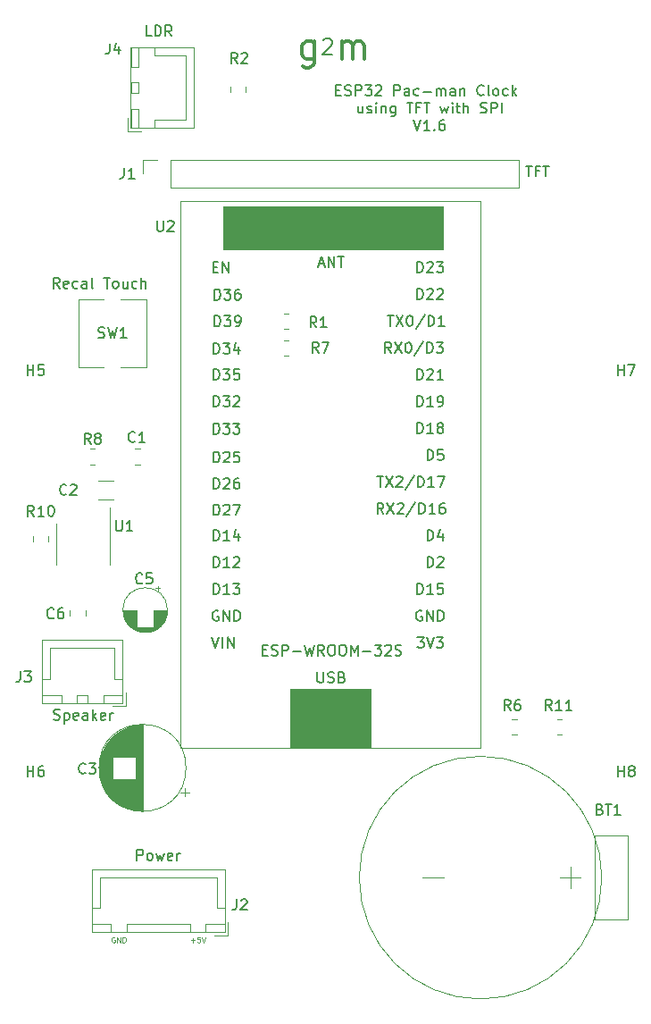
<source format=gbr>
%TF.GenerationSoftware,KiCad,Pcbnew,(5.1.10)-1*%
%TF.CreationDate,2023-09-30T19:16:06-07:00*%
%TF.ProjectId,PacmanClock_ESP32_SPI_v1_6,5061636d-616e-4436-9c6f-636b5f455350,1.6*%
%TF.SameCoordinates,Original*%
%TF.FileFunction,Legend,Top*%
%TF.FilePolarity,Positive*%
%FSLAX46Y46*%
G04 Gerber Fmt 4.6, Leading zero omitted, Abs format (unit mm)*
G04 Created by KiCad (PCBNEW (5.1.10)-1) date 2023-09-30 19:16:06*
%MOMM*%
%LPD*%
G01*
G04 APERTURE LIST*
%ADD10C,0.100000*%
%ADD11C,0.150000*%
%ADD12C,0.300000*%
%ADD13C,0.120000*%
G04 APERTURE END LIST*
D10*
X144519047Y-144350000D02*
X144471428Y-144326190D01*
X144400000Y-144326190D01*
X144328571Y-144350000D01*
X144280952Y-144397619D01*
X144257142Y-144445238D01*
X144233333Y-144540476D01*
X144233333Y-144611904D01*
X144257142Y-144707142D01*
X144280952Y-144754761D01*
X144328571Y-144802380D01*
X144400000Y-144826190D01*
X144447619Y-144826190D01*
X144519047Y-144802380D01*
X144542857Y-144778571D01*
X144542857Y-144611904D01*
X144447619Y-144611904D01*
X144757142Y-144826190D02*
X144757142Y-144326190D01*
X145042857Y-144826190D01*
X145042857Y-144326190D01*
X145280952Y-144826190D02*
X145280952Y-144326190D01*
X145400000Y-144326190D01*
X145471428Y-144350000D01*
X145519047Y-144397619D01*
X145542857Y-144445238D01*
X145566666Y-144540476D01*
X145566666Y-144611904D01*
X145542857Y-144707142D01*
X145519047Y-144754761D01*
X145471428Y-144802380D01*
X145400000Y-144826190D01*
X145280952Y-144826190D01*
X151757142Y-144635714D02*
X152138095Y-144635714D01*
X151947619Y-144826190D02*
X151947619Y-144445238D01*
X152614285Y-144326190D02*
X152376190Y-144326190D01*
X152352380Y-144564285D01*
X152376190Y-144540476D01*
X152423809Y-144516666D01*
X152542857Y-144516666D01*
X152590476Y-144540476D01*
X152614285Y-144564285D01*
X152638095Y-144611904D01*
X152638095Y-144730952D01*
X152614285Y-144778571D01*
X152590476Y-144802380D01*
X152542857Y-144826190D01*
X152423809Y-144826190D01*
X152376190Y-144802380D01*
X152352380Y-144778571D01*
X152780952Y-144326190D02*
X152947619Y-144826190D01*
X153114285Y-144326190D01*
D11*
X153985714Y-83952380D02*
X153985714Y-82952380D01*
X154223809Y-82952380D01*
X154366666Y-83000000D01*
X154461904Y-83095238D01*
X154509523Y-83190476D01*
X154557142Y-83380952D01*
X154557142Y-83523809D01*
X154509523Y-83714285D01*
X154461904Y-83809523D01*
X154366666Y-83904761D01*
X154223809Y-83952380D01*
X153985714Y-83952380D01*
X154890476Y-82952380D02*
X155509523Y-82952380D01*
X155176190Y-83333333D01*
X155319047Y-83333333D01*
X155414285Y-83380952D01*
X155461904Y-83428571D01*
X155509523Y-83523809D01*
X155509523Y-83761904D01*
X155461904Y-83857142D01*
X155414285Y-83904761D01*
X155319047Y-83952380D01*
X155033333Y-83952380D01*
X154938095Y-83904761D01*
X154890476Y-83857142D01*
X156366666Y-82952380D02*
X156176190Y-82952380D01*
X156080952Y-83000000D01*
X156033333Y-83047619D01*
X155938095Y-83190476D01*
X155890476Y-83380952D01*
X155890476Y-83761904D01*
X155938095Y-83857142D01*
X155985714Y-83904761D01*
X156080952Y-83952380D01*
X156271428Y-83952380D01*
X156366666Y-83904761D01*
X156414285Y-83857142D01*
X156461904Y-83761904D01*
X156461904Y-83523809D01*
X156414285Y-83428571D01*
X156366666Y-83380952D01*
X156271428Y-83333333D01*
X156080952Y-83333333D01*
X155985714Y-83380952D01*
X155938095Y-83428571D01*
X155890476Y-83523809D01*
X153985714Y-86452380D02*
X153985714Y-85452380D01*
X154223809Y-85452380D01*
X154366666Y-85500000D01*
X154461904Y-85595238D01*
X154509523Y-85690476D01*
X154557142Y-85880952D01*
X154557142Y-86023809D01*
X154509523Y-86214285D01*
X154461904Y-86309523D01*
X154366666Y-86404761D01*
X154223809Y-86452380D01*
X153985714Y-86452380D01*
X154890476Y-85452380D02*
X155509523Y-85452380D01*
X155176190Y-85833333D01*
X155319047Y-85833333D01*
X155414285Y-85880952D01*
X155461904Y-85928571D01*
X155509523Y-86023809D01*
X155509523Y-86261904D01*
X155461904Y-86357142D01*
X155414285Y-86404761D01*
X155319047Y-86452380D01*
X155033333Y-86452380D01*
X154938095Y-86404761D01*
X154890476Y-86357142D01*
X155985714Y-86452380D02*
X156176190Y-86452380D01*
X156271428Y-86404761D01*
X156319047Y-86357142D01*
X156414285Y-86214285D01*
X156461904Y-86023809D01*
X156461904Y-85642857D01*
X156414285Y-85547619D01*
X156366666Y-85500000D01*
X156271428Y-85452380D01*
X156080952Y-85452380D01*
X155985714Y-85500000D01*
X155938095Y-85547619D01*
X155890476Y-85642857D01*
X155890476Y-85880952D01*
X155938095Y-85976190D01*
X155985714Y-86023809D01*
X156080952Y-86071428D01*
X156271428Y-86071428D01*
X156366666Y-86023809D01*
X156414285Y-85976190D01*
X156461904Y-85880952D01*
X153885714Y-89052380D02*
X153885714Y-88052380D01*
X154123809Y-88052380D01*
X154266666Y-88100000D01*
X154361904Y-88195238D01*
X154409523Y-88290476D01*
X154457142Y-88480952D01*
X154457142Y-88623809D01*
X154409523Y-88814285D01*
X154361904Y-88909523D01*
X154266666Y-89004761D01*
X154123809Y-89052380D01*
X153885714Y-89052380D01*
X154790476Y-88052380D02*
X155409523Y-88052380D01*
X155076190Y-88433333D01*
X155219047Y-88433333D01*
X155314285Y-88480952D01*
X155361904Y-88528571D01*
X155409523Y-88623809D01*
X155409523Y-88861904D01*
X155361904Y-88957142D01*
X155314285Y-89004761D01*
X155219047Y-89052380D01*
X154933333Y-89052380D01*
X154838095Y-89004761D01*
X154790476Y-88957142D01*
X156266666Y-88385714D02*
X156266666Y-89052380D01*
X156028571Y-88004761D02*
X155790476Y-88719047D01*
X156409523Y-88719047D01*
X153885714Y-94052380D02*
X153885714Y-93052380D01*
X154123809Y-93052380D01*
X154266666Y-93100000D01*
X154361904Y-93195238D01*
X154409523Y-93290476D01*
X154457142Y-93480952D01*
X154457142Y-93623809D01*
X154409523Y-93814285D01*
X154361904Y-93909523D01*
X154266666Y-94004761D01*
X154123809Y-94052380D01*
X153885714Y-94052380D01*
X154790476Y-93052380D02*
X155409523Y-93052380D01*
X155076190Y-93433333D01*
X155219047Y-93433333D01*
X155314285Y-93480952D01*
X155361904Y-93528571D01*
X155409523Y-93623809D01*
X155409523Y-93861904D01*
X155361904Y-93957142D01*
X155314285Y-94004761D01*
X155219047Y-94052380D01*
X154933333Y-94052380D01*
X154838095Y-94004761D01*
X154790476Y-93957142D01*
X155790476Y-93147619D02*
X155838095Y-93100000D01*
X155933333Y-93052380D01*
X156171428Y-93052380D01*
X156266666Y-93100000D01*
X156314285Y-93147619D01*
X156361904Y-93242857D01*
X156361904Y-93338095D01*
X156314285Y-93480952D01*
X155742857Y-94052380D01*
X156361904Y-94052380D01*
X153885714Y-96652380D02*
X153885714Y-95652380D01*
X154123809Y-95652380D01*
X154266666Y-95700000D01*
X154361904Y-95795238D01*
X154409523Y-95890476D01*
X154457142Y-96080952D01*
X154457142Y-96223809D01*
X154409523Y-96414285D01*
X154361904Y-96509523D01*
X154266666Y-96604761D01*
X154123809Y-96652380D01*
X153885714Y-96652380D01*
X154790476Y-95652380D02*
X155409523Y-95652380D01*
X155076190Y-96033333D01*
X155219047Y-96033333D01*
X155314285Y-96080952D01*
X155361904Y-96128571D01*
X155409523Y-96223809D01*
X155409523Y-96461904D01*
X155361904Y-96557142D01*
X155314285Y-96604761D01*
X155219047Y-96652380D01*
X154933333Y-96652380D01*
X154838095Y-96604761D01*
X154790476Y-96557142D01*
X155742857Y-95652380D02*
X156361904Y-95652380D01*
X156028571Y-96033333D01*
X156171428Y-96033333D01*
X156266666Y-96080952D01*
X156314285Y-96128571D01*
X156361904Y-96223809D01*
X156361904Y-96461904D01*
X156314285Y-96557142D01*
X156266666Y-96604761D01*
X156171428Y-96652380D01*
X155885714Y-96652380D01*
X155790476Y-96604761D01*
X155742857Y-96557142D01*
X153885714Y-99352380D02*
X153885714Y-98352380D01*
X154123809Y-98352380D01*
X154266666Y-98400000D01*
X154361904Y-98495238D01*
X154409523Y-98590476D01*
X154457142Y-98780952D01*
X154457142Y-98923809D01*
X154409523Y-99114285D01*
X154361904Y-99209523D01*
X154266666Y-99304761D01*
X154123809Y-99352380D01*
X153885714Y-99352380D01*
X154838095Y-98447619D02*
X154885714Y-98400000D01*
X154980952Y-98352380D01*
X155219047Y-98352380D01*
X155314285Y-98400000D01*
X155361904Y-98447619D01*
X155409523Y-98542857D01*
X155409523Y-98638095D01*
X155361904Y-98780952D01*
X154790476Y-99352380D01*
X155409523Y-99352380D01*
X156314285Y-98352380D02*
X155838095Y-98352380D01*
X155790476Y-98828571D01*
X155838095Y-98780952D01*
X155933333Y-98733333D01*
X156171428Y-98733333D01*
X156266666Y-98780952D01*
X156314285Y-98828571D01*
X156361904Y-98923809D01*
X156361904Y-99161904D01*
X156314285Y-99257142D01*
X156266666Y-99304761D01*
X156171428Y-99352380D01*
X155933333Y-99352380D01*
X155838095Y-99304761D01*
X155790476Y-99257142D01*
X153885714Y-101852380D02*
X153885714Y-100852380D01*
X154123809Y-100852380D01*
X154266666Y-100900000D01*
X154361904Y-100995238D01*
X154409523Y-101090476D01*
X154457142Y-101280952D01*
X154457142Y-101423809D01*
X154409523Y-101614285D01*
X154361904Y-101709523D01*
X154266666Y-101804761D01*
X154123809Y-101852380D01*
X153885714Y-101852380D01*
X154838095Y-100947619D02*
X154885714Y-100900000D01*
X154980952Y-100852380D01*
X155219047Y-100852380D01*
X155314285Y-100900000D01*
X155361904Y-100947619D01*
X155409523Y-101042857D01*
X155409523Y-101138095D01*
X155361904Y-101280952D01*
X154790476Y-101852380D01*
X155409523Y-101852380D01*
X156266666Y-100852380D02*
X156076190Y-100852380D01*
X155980952Y-100900000D01*
X155933333Y-100947619D01*
X155838095Y-101090476D01*
X155790476Y-101280952D01*
X155790476Y-101661904D01*
X155838095Y-101757142D01*
X155885714Y-101804761D01*
X155980952Y-101852380D01*
X156171428Y-101852380D01*
X156266666Y-101804761D01*
X156314285Y-101757142D01*
X156361904Y-101661904D01*
X156361904Y-101423809D01*
X156314285Y-101328571D01*
X156266666Y-101280952D01*
X156171428Y-101233333D01*
X155980952Y-101233333D01*
X155885714Y-101280952D01*
X155838095Y-101328571D01*
X155790476Y-101423809D01*
X153885714Y-104352380D02*
X153885714Y-103352380D01*
X154123809Y-103352380D01*
X154266666Y-103400000D01*
X154361904Y-103495238D01*
X154409523Y-103590476D01*
X154457142Y-103780952D01*
X154457142Y-103923809D01*
X154409523Y-104114285D01*
X154361904Y-104209523D01*
X154266666Y-104304761D01*
X154123809Y-104352380D01*
X153885714Y-104352380D01*
X154838095Y-103447619D02*
X154885714Y-103400000D01*
X154980952Y-103352380D01*
X155219047Y-103352380D01*
X155314285Y-103400000D01*
X155361904Y-103447619D01*
X155409523Y-103542857D01*
X155409523Y-103638095D01*
X155361904Y-103780952D01*
X154790476Y-104352380D01*
X155409523Y-104352380D01*
X155742857Y-103352380D02*
X156409523Y-103352380D01*
X155980952Y-104352380D01*
X153885714Y-106752380D02*
X153885714Y-105752380D01*
X154123809Y-105752380D01*
X154266666Y-105800000D01*
X154361904Y-105895238D01*
X154409523Y-105990476D01*
X154457142Y-106180952D01*
X154457142Y-106323809D01*
X154409523Y-106514285D01*
X154361904Y-106609523D01*
X154266666Y-106704761D01*
X154123809Y-106752380D01*
X153885714Y-106752380D01*
X155409523Y-106752380D02*
X154838095Y-106752380D01*
X155123809Y-106752380D02*
X155123809Y-105752380D01*
X155028571Y-105895238D01*
X154933333Y-105990476D01*
X154838095Y-106038095D01*
X156266666Y-106085714D02*
X156266666Y-106752380D01*
X156028571Y-105704761D02*
X155790476Y-106419047D01*
X156409523Y-106419047D01*
X165495238Y-64078571D02*
X165828571Y-64078571D01*
X165971428Y-64602380D02*
X165495238Y-64602380D01*
X165495238Y-63602380D01*
X165971428Y-63602380D01*
X166352380Y-64554761D02*
X166495238Y-64602380D01*
X166733333Y-64602380D01*
X166828571Y-64554761D01*
X166876190Y-64507142D01*
X166923809Y-64411904D01*
X166923809Y-64316666D01*
X166876190Y-64221428D01*
X166828571Y-64173809D01*
X166733333Y-64126190D01*
X166542857Y-64078571D01*
X166447619Y-64030952D01*
X166400000Y-63983333D01*
X166352380Y-63888095D01*
X166352380Y-63792857D01*
X166400000Y-63697619D01*
X166447619Y-63650000D01*
X166542857Y-63602380D01*
X166780952Y-63602380D01*
X166923809Y-63650000D01*
X167352380Y-64602380D02*
X167352380Y-63602380D01*
X167733333Y-63602380D01*
X167828571Y-63650000D01*
X167876190Y-63697619D01*
X167923809Y-63792857D01*
X167923809Y-63935714D01*
X167876190Y-64030952D01*
X167828571Y-64078571D01*
X167733333Y-64126190D01*
X167352380Y-64126190D01*
X168257142Y-63602380D02*
X168876190Y-63602380D01*
X168542857Y-63983333D01*
X168685714Y-63983333D01*
X168780952Y-64030952D01*
X168828571Y-64078571D01*
X168876190Y-64173809D01*
X168876190Y-64411904D01*
X168828571Y-64507142D01*
X168780952Y-64554761D01*
X168685714Y-64602380D01*
X168400000Y-64602380D01*
X168304761Y-64554761D01*
X168257142Y-64507142D01*
X169257142Y-63697619D02*
X169304761Y-63650000D01*
X169400000Y-63602380D01*
X169638095Y-63602380D01*
X169733333Y-63650000D01*
X169780952Y-63697619D01*
X169828571Y-63792857D01*
X169828571Y-63888095D01*
X169780952Y-64030952D01*
X169209523Y-64602380D01*
X169828571Y-64602380D01*
X171019047Y-64602380D02*
X171019047Y-63602380D01*
X171400000Y-63602380D01*
X171495238Y-63650000D01*
X171542857Y-63697619D01*
X171590476Y-63792857D01*
X171590476Y-63935714D01*
X171542857Y-64030952D01*
X171495238Y-64078571D01*
X171400000Y-64126190D01*
X171019047Y-64126190D01*
X172447619Y-64602380D02*
X172447619Y-64078571D01*
X172400000Y-63983333D01*
X172304761Y-63935714D01*
X172114285Y-63935714D01*
X172019047Y-63983333D01*
X172447619Y-64554761D02*
X172352380Y-64602380D01*
X172114285Y-64602380D01*
X172019047Y-64554761D01*
X171971428Y-64459523D01*
X171971428Y-64364285D01*
X172019047Y-64269047D01*
X172114285Y-64221428D01*
X172352380Y-64221428D01*
X172447619Y-64173809D01*
X173352380Y-64554761D02*
X173257142Y-64602380D01*
X173066666Y-64602380D01*
X172971428Y-64554761D01*
X172923809Y-64507142D01*
X172876190Y-64411904D01*
X172876190Y-64126190D01*
X172923809Y-64030952D01*
X172971428Y-63983333D01*
X173066666Y-63935714D01*
X173257142Y-63935714D01*
X173352380Y-63983333D01*
X173780952Y-64221428D02*
X174542857Y-64221428D01*
X175019047Y-64602380D02*
X175019047Y-63935714D01*
X175019047Y-64030952D02*
X175066666Y-63983333D01*
X175161904Y-63935714D01*
X175304761Y-63935714D01*
X175400000Y-63983333D01*
X175447619Y-64078571D01*
X175447619Y-64602380D01*
X175447619Y-64078571D02*
X175495238Y-63983333D01*
X175590476Y-63935714D01*
X175733333Y-63935714D01*
X175828571Y-63983333D01*
X175876190Y-64078571D01*
X175876190Y-64602380D01*
X176780952Y-64602380D02*
X176780952Y-64078571D01*
X176733333Y-63983333D01*
X176638095Y-63935714D01*
X176447619Y-63935714D01*
X176352380Y-63983333D01*
X176780952Y-64554761D02*
X176685714Y-64602380D01*
X176447619Y-64602380D01*
X176352380Y-64554761D01*
X176304761Y-64459523D01*
X176304761Y-64364285D01*
X176352380Y-64269047D01*
X176447619Y-64221428D01*
X176685714Y-64221428D01*
X176780952Y-64173809D01*
X177257142Y-63935714D02*
X177257142Y-64602380D01*
X177257142Y-64030952D02*
X177304761Y-63983333D01*
X177400000Y-63935714D01*
X177542857Y-63935714D01*
X177638095Y-63983333D01*
X177685714Y-64078571D01*
X177685714Y-64602380D01*
X179495238Y-64507142D02*
X179447619Y-64554761D01*
X179304761Y-64602380D01*
X179209523Y-64602380D01*
X179066666Y-64554761D01*
X178971428Y-64459523D01*
X178923809Y-64364285D01*
X178876190Y-64173809D01*
X178876190Y-64030952D01*
X178923809Y-63840476D01*
X178971428Y-63745238D01*
X179066666Y-63650000D01*
X179209523Y-63602380D01*
X179304761Y-63602380D01*
X179447619Y-63650000D01*
X179495238Y-63697619D01*
X180066666Y-64602380D02*
X179971428Y-64554761D01*
X179923809Y-64459523D01*
X179923809Y-63602380D01*
X180590476Y-64602380D02*
X180495238Y-64554761D01*
X180447619Y-64507142D01*
X180400000Y-64411904D01*
X180400000Y-64126190D01*
X180447619Y-64030952D01*
X180495238Y-63983333D01*
X180590476Y-63935714D01*
X180733333Y-63935714D01*
X180828571Y-63983333D01*
X180876190Y-64030952D01*
X180923809Y-64126190D01*
X180923809Y-64411904D01*
X180876190Y-64507142D01*
X180828571Y-64554761D01*
X180733333Y-64602380D01*
X180590476Y-64602380D01*
X181780952Y-64554761D02*
X181685714Y-64602380D01*
X181495238Y-64602380D01*
X181400000Y-64554761D01*
X181352380Y-64507142D01*
X181304761Y-64411904D01*
X181304761Y-64126190D01*
X181352380Y-64030952D01*
X181400000Y-63983333D01*
X181495238Y-63935714D01*
X181685714Y-63935714D01*
X181780952Y-63983333D01*
X182209523Y-64602380D02*
X182209523Y-63602380D01*
X182304761Y-64221428D02*
X182590476Y-64602380D01*
X182590476Y-63935714D02*
X182209523Y-64316666D01*
X168019047Y-65585714D02*
X168019047Y-66252380D01*
X167590476Y-65585714D02*
X167590476Y-66109523D01*
X167638095Y-66204761D01*
X167733333Y-66252380D01*
X167876190Y-66252380D01*
X167971428Y-66204761D01*
X168019047Y-66157142D01*
X168447619Y-66204761D02*
X168542857Y-66252380D01*
X168733333Y-66252380D01*
X168828571Y-66204761D01*
X168876190Y-66109523D01*
X168876190Y-66061904D01*
X168828571Y-65966666D01*
X168733333Y-65919047D01*
X168590476Y-65919047D01*
X168495238Y-65871428D01*
X168447619Y-65776190D01*
X168447619Y-65728571D01*
X168495238Y-65633333D01*
X168590476Y-65585714D01*
X168733333Y-65585714D01*
X168828571Y-65633333D01*
X169304761Y-66252380D02*
X169304761Y-65585714D01*
X169304761Y-65252380D02*
X169257142Y-65300000D01*
X169304761Y-65347619D01*
X169352380Y-65300000D01*
X169304761Y-65252380D01*
X169304761Y-65347619D01*
X169780952Y-65585714D02*
X169780952Y-66252380D01*
X169780952Y-65680952D02*
X169828571Y-65633333D01*
X169923809Y-65585714D01*
X170066666Y-65585714D01*
X170161904Y-65633333D01*
X170209523Y-65728571D01*
X170209523Y-66252380D01*
X171114285Y-65585714D02*
X171114285Y-66395238D01*
X171066666Y-66490476D01*
X171019047Y-66538095D01*
X170923809Y-66585714D01*
X170780952Y-66585714D01*
X170685714Y-66538095D01*
X171114285Y-66204761D02*
X171019047Y-66252380D01*
X170828571Y-66252380D01*
X170733333Y-66204761D01*
X170685714Y-66157142D01*
X170638095Y-66061904D01*
X170638095Y-65776190D01*
X170685714Y-65680952D01*
X170733333Y-65633333D01*
X170828571Y-65585714D01*
X171019047Y-65585714D01*
X171114285Y-65633333D01*
X172209523Y-65252380D02*
X172780952Y-65252380D01*
X172495238Y-66252380D02*
X172495238Y-65252380D01*
X173447619Y-65728571D02*
X173114285Y-65728571D01*
X173114285Y-66252380D02*
X173114285Y-65252380D01*
X173590476Y-65252380D01*
X173828571Y-65252380D02*
X174400000Y-65252380D01*
X174114285Y-66252380D02*
X174114285Y-65252380D01*
X175400000Y-65585714D02*
X175590476Y-66252380D01*
X175780952Y-65776190D01*
X175971428Y-66252380D01*
X176161904Y-65585714D01*
X176542857Y-66252380D02*
X176542857Y-65585714D01*
X176542857Y-65252380D02*
X176495238Y-65300000D01*
X176542857Y-65347619D01*
X176590476Y-65300000D01*
X176542857Y-65252380D01*
X176542857Y-65347619D01*
X176876190Y-65585714D02*
X177257142Y-65585714D01*
X177019047Y-65252380D02*
X177019047Y-66109523D01*
X177066666Y-66204761D01*
X177161904Y-66252380D01*
X177257142Y-66252380D01*
X177590476Y-66252380D02*
X177590476Y-65252380D01*
X178019047Y-66252380D02*
X178019047Y-65728571D01*
X177971428Y-65633333D01*
X177876190Y-65585714D01*
X177733333Y-65585714D01*
X177638095Y-65633333D01*
X177590476Y-65680952D01*
X179209523Y-66204761D02*
X179352380Y-66252380D01*
X179590476Y-66252380D01*
X179685714Y-66204761D01*
X179733333Y-66157142D01*
X179780952Y-66061904D01*
X179780952Y-65966666D01*
X179733333Y-65871428D01*
X179685714Y-65823809D01*
X179590476Y-65776190D01*
X179400000Y-65728571D01*
X179304761Y-65680952D01*
X179257142Y-65633333D01*
X179209523Y-65538095D01*
X179209523Y-65442857D01*
X179257142Y-65347619D01*
X179304761Y-65300000D01*
X179400000Y-65252380D01*
X179638095Y-65252380D01*
X179780952Y-65300000D01*
X180209523Y-66252380D02*
X180209523Y-65252380D01*
X180590476Y-65252380D01*
X180685714Y-65300000D01*
X180733333Y-65347619D01*
X180780952Y-65442857D01*
X180780952Y-65585714D01*
X180733333Y-65680952D01*
X180685714Y-65728571D01*
X180590476Y-65776190D01*
X180209523Y-65776190D01*
X181209523Y-66252380D02*
X181209523Y-65252380D01*
X172876190Y-66902380D02*
X173209523Y-67902380D01*
X173542857Y-66902380D01*
X174400000Y-67902380D02*
X173828571Y-67902380D01*
X174114285Y-67902380D02*
X174114285Y-66902380D01*
X174019047Y-67045238D01*
X173923809Y-67140476D01*
X173828571Y-67188095D01*
X174828571Y-67807142D02*
X174876190Y-67854761D01*
X174828571Y-67902380D01*
X174780952Y-67854761D01*
X174828571Y-67807142D01*
X174828571Y-67902380D01*
X175733333Y-66902380D02*
X175542857Y-66902380D01*
X175447619Y-66950000D01*
X175400000Y-66997619D01*
X175304761Y-67140476D01*
X175257142Y-67330952D01*
X175257142Y-67711904D01*
X175304761Y-67807142D01*
X175352380Y-67854761D01*
X175447619Y-67902380D01*
X175638095Y-67902380D01*
X175733333Y-67854761D01*
X175780952Y-67807142D01*
X175828571Y-67711904D01*
X175828571Y-67473809D01*
X175780952Y-67378571D01*
X175733333Y-67330952D01*
X175638095Y-67283333D01*
X175447619Y-67283333D01*
X175352380Y-67330952D01*
X175304761Y-67378571D01*
X175257142Y-67473809D01*
X164271428Y-59321428D02*
X164342857Y-59250000D01*
X164485714Y-59178571D01*
X164842857Y-59178571D01*
X164985714Y-59250000D01*
X165057142Y-59321428D01*
X165128571Y-59464285D01*
X165128571Y-59607142D01*
X165057142Y-59821428D01*
X164200000Y-60678571D01*
X165128571Y-60678571D01*
D12*
X166028571Y-61130952D02*
X166028571Y-59464285D01*
X166028571Y-59702380D02*
X166147619Y-59583333D01*
X166385714Y-59464285D01*
X166742857Y-59464285D01*
X166980952Y-59583333D01*
X167100000Y-59821428D01*
X167100000Y-61130952D01*
X167100000Y-59821428D02*
X167219047Y-59583333D01*
X167457142Y-59464285D01*
X167814285Y-59464285D01*
X168052380Y-59583333D01*
X168171428Y-59821428D01*
X168171428Y-61130952D01*
X163435714Y-59464285D02*
X163435714Y-61488095D01*
X163316666Y-61726190D01*
X163197619Y-61845238D01*
X162959523Y-61964285D01*
X162602380Y-61964285D01*
X162364285Y-61845238D01*
X163435714Y-61011904D02*
X163197619Y-61130952D01*
X162721428Y-61130952D01*
X162483333Y-61011904D01*
X162364285Y-60892857D01*
X162245238Y-60654761D01*
X162245238Y-59940476D01*
X162364285Y-59702380D01*
X162483333Y-59583333D01*
X162721428Y-59464285D01*
X163197619Y-59464285D01*
X163435714Y-59583333D01*
D13*
%TO.C,BT1*%
X173700000Y-138700000D02*
X175700000Y-138700000D01*
X187700000Y-137700000D02*
X187700000Y-139700000D01*
X186700000Y-138700000D02*
X188700000Y-138700000D01*
X190700000Y-138700000D02*
G75*
G03*
X190700000Y-138700000I-11500000J0D01*
G01*
X190000000Y-134700000D02*
X193200000Y-134700000D01*
X193200000Y-134700000D02*
X193200000Y-142700000D01*
X193200000Y-142700000D02*
X190000000Y-142700000D01*
X190000000Y-142700000D02*
X190000000Y-134700000D01*
%TO.C,U1*%
X144060000Y-107100000D02*
X144060000Y-103650000D01*
X144060000Y-107100000D02*
X144060000Y-109050000D01*
X138940000Y-107100000D02*
X138940000Y-105150000D01*
X138940000Y-107100000D02*
X138940000Y-109050000D01*
%TO.C,C6*%
X141735000Y-113338748D02*
X141735000Y-113861252D01*
X140265000Y-113338748D02*
X140265000Y-113861252D01*
%TO.C,C3*%
X151270000Y-128300000D02*
G75*
G03*
X151270000Y-128300000I-4120000J0D01*
G01*
X147150000Y-132380000D02*
X147150000Y-124220000D01*
X147110000Y-132380000D02*
X147110000Y-124220000D01*
X147070000Y-132380000D02*
X147070000Y-124220000D01*
X147030000Y-132379000D02*
X147030000Y-124221000D01*
X146990000Y-132377000D02*
X146990000Y-124223000D01*
X146950000Y-132376000D02*
X146950000Y-124224000D01*
X146910000Y-132374000D02*
X146910000Y-124226000D01*
X146870000Y-132371000D02*
X146870000Y-124229000D01*
X146830000Y-132368000D02*
X146830000Y-124232000D01*
X146790000Y-132365000D02*
X146790000Y-124235000D01*
X146750000Y-132361000D02*
X146750000Y-124239000D01*
X146710000Y-132357000D02*
X146710000Y-124243000D01*
X146670000Y-132352000D02*
X146670000Y-124248000D01*
X146630000Y-132348000D02*
X146630000Y-124252000D01*
X146590000Y-132342000D02*
X146590000Y-124258000D01*
X146550000Y-132337000D02*
X146550000Y-124263000D01*
X146510000Y-132330000D02*
X146510000Y-124270000D01*
X146470000Y-132324000D02*
X146470000Y-124276000D01*
X146429000Y-132317000D02*
X146429000Y-129340000D01*
X146429000Y-127260000D02*
X146429000Y-124283000D01*
X146389000Y-132310000D02*
X146389000Y-129340000D01*
X146389000Y-127260000D02*
X146389000Y-124290000D01*
X146349000Y-132302000D02*
X146349000Y-129340000D01*
X146349000Y-127260000D02*
X146349000Y-124298000D01*
X146309000Y-132294000D02*
X146309000Y-129340000D01*
X146309000Y-127260000D02*
X146309000Y-124306000D01*
X146269000Y-132285000D02*
X146269000Y-129340000D01*
X146269000Y-127260000D02*
X146269000Y-124315000D01*
X146229000Y-132276000D02*
X146229000Y-129340000D01*
X146229000Y-127260000D02*
X146229000Y-124324000D01*
X146189000Y-132267000D02*
X146189000Y-129340000D01*
X146189000Y-127260000D02*
X146189000Y-124333000D01*
X146149000Y-132257000D02*
X146149000Y-129340000D01*
X146149000Y-127260000D02*
X146149000Y-124343000D01*
X146109000Y-132247000D02*
X146109000Y-129340000D01*
X146109000Y-127260000D02*
X146109000Y-124353000D01*
X146069000Y-132236000D02*
X146069000Y-129340000D01*
X146069000Y-127260000D02*
X146069000Y-124364000D01*
X146029000Y-132225000D02*
X146029000Y-129340000D01*
X146029000Y-127260000D02*
X146029000Y-124375000D01*
X145989000Y-132214000D02*
X145989000Y-129340000D01*
X145989000Y-127260000D02*
X145989000Y-124386000D01*
X145949000Y-132202000D02*
X145949000Y-129340000D01*
X145949000Y-127260000D02*
X145949000Y-124398000D01*
X145909000Y-132189000D02*
X145909000Y-129340000D01*
X145909000Y-127260000D02*
X145909000Y-124411000D01*
X145869000Y-132177000D02*
X145869000Y-129340000D01*
X145869000Y-127260000D02*
X145869000Y-124423000D01*
X145829000Y-132163000D02*
X145829000Y-129340000D01*
X145829000Y-127260000D02*
X145829000Y-124437000D01*
X145789000Y-132150000D02*
X145789000Y-129340000D01*
X145789000Y-127260000D02*
X145789000Y-124450000D01*
X145749000Y-132135000D02*
X145749000Y-129340000D01*
X145749000Y-127260000D02*
X145749000Y-124465000D01*
X145709000Y-132121000D02*
X145709000Y-129340000D01*
X145709000Y-127260000D02*
X145709000Y-124479000D01*
X145669000Y-132105000D02*
X145669000Y-129340000D01*
X145669000Y-127260000D02*
X145669000Y-124495000D01*
X145629000Y-132090000D02*
X145629000Y-129340000D01*
X145629000Y-127260000D02*
X145629000Y-124510000D01*
X145589000Y-132074000D02*
X145589000Y-129340000D01*
X145589000Y-127260000D02*
X145589000Y-124526000D01*
X145549000Y-132057000D02*
X145549000Y-129340000D01*
X145549000Y-127260000D02*
X145549000Y-124543000D01*
X145509000Y-132040000D02*
X145509000Y-129340000D01*
X145509000Y-127260000D02*
X145509000Y-124560000D01*
X145469000Y-132022000D02*
X145469000Y-129340000D01*
X145469000Y-127260000D02*
X145469000Y-124578000D01*
X145429000Y-132004000D02*
X145429000Y-129340000D01*
X145429000Y-127260000D02*
X145429000Y-124596000D01*
X145389000Y-131986000D02*
X145389000Y-129340000D01*
X145389000Y-127260000D02*
X145389000Y-124614000D01*
X145349000Y-131966000D02*
X145349000Y-129340000D01*
X145349000Y-127260000D02*
X145349000Y-124634000D01*
X145309000Y-131947000D02*
X145309000Y-129340000D01*
X145309000Y-127260000D02*
X145309000Y-124653000D01*
X145269000Y-131927000D02*
X145269000Y-129340000D01*
X145269000Y-127260000D02*
X145269000Y-124673000D01*
X145229000Y-131906000D02*
X145229000Y-129340000D01*
X145229000Y-127260000D02*
X145229000Y-124694000D01*
X145189000Y-131884000D02*
X145189000Y-129340000D01*
X145189000Y-127260000D02*
X145189000Y-124716000D01*
X145149000Y-131862000D02*
X145149000Y-129340000D01*
X145149000Y-127260000D02*
X145149000Y-124738000D01*
X145109000Y-131840000D02*
X145109000Y-129340000D01*
X145109000Y-127260000D02*
X145109000Y-124760000D01*
X145069000Y-131817000D02*
X145069000Y-129340000D01*
X145069000Y-127260000D02*
X145069000Y-124783000D01*
X145029000Y-131793000D02*
X145029000Y-129340000D01*
X145029000Y-127260000D02*
X145029000Y-124807000D01*
X144989000Y-131769000D02*
X144989000Y-129340000D01*
X144989000Y-127260000D02*
X144989000Y-124831000D01*
X144949000Y-131744000D02*
X144949000Y-129340000D01*
X144949000Y-127260000D02*
X144949000Y-124856000D01*
X144909000Y-131718000D02*
X144909000Y-129340000D01*
X144909000Y-127260000D02*
X144909000Y-124882000D01*
X144869000Y-131692000D02*
X144869000Y-129340000D01*
X144869000Y-127260000D02*
X144869000Y-124908000D01*
X144829000Y-131665000D02*
X144829000Y-129340000D01*
X144829000Y-127260000D02*
X144829000Y-124935000D01*
X144789000Y-131638000D02*
X144789000Y-129340000D01*
X144789000Y-127260000D02*
X144789000Y-124962000D01*
X144749000Y-131609000D02*
X144749000Y-129340000D01*
X144749000Y-127260000D02*
X144749000Y-124991000D01*
X144709000Y-131580000D02*
X144709000Y-129340000D01*
X144709000Y-127260000D02*
X144709000Y-125020000D01*
X144669000Y-131550000D02*
X144669000Y-129340000D01*
X144669000Y-127260000D02*
X144669000Y-125050000D01*
X144629000Y-131520000D02*
X144629000Y-129340000D01*
X144629000Y-127260000D02*
X144629000Y-125080000D01*
X144589000Y-131489000D02*
X144589000Y-129340000D01*
X144589000Y-127260000D02*
X144589000Y-125111000D01*
X144549000Y-131456000D02*
X144549000Y-129340000D01*
X144549000Y-127260000D02*
X144549000Y-125144000D01*
X144509000Y-131424000D02*
X144509000Y-129340000D01*
X144509000Y-127260000D02*
X144509000Y-125176000D01*
X144469000Y-131390000D02*
X144469000Y-129340000D01*
X144469000Y-127260000D02*
X144469000Y-125210000D01*
X144429000Y-131355000D02*
X144429000Y-129340000D01*
X144429000Y-127260000D02*
X144429000Y-125245000D01*
X144389000Y-131319000D02*
X144389000Y-129340000D01*
X144389000Y-127260000D02*
X144389000Y-125281000D01*
X144349000Y-131283000D02*
X144349000Y-125317000D01*
X144309000Y-131245000D02*
X144309000Y-125355000D01*
X144269000Y-131207000D02*
X144269000Y-125393000D01*
X144229000Y-131167000D02*
X144229000Y-125433000D01*
X144189000Y-131126000D02*
X144189000Y-125474000D01*
X144149000Y-131084000D02*
X144149000Y-125516000D01*
X144109000Y-131041000D02*
X144109000Y-125559000D01*
X144069000Y-130997000D02*
X144069000Y-125603000D01*
X144029000Y-130951000D02*
X144029000Y-125649000D01*
X143989000Y-130904000D02*
X143989000Y-125696000D01*
X143949000Y-130856000D02*
X143949000Y-125744000D01*
X143909000Y-130805000D02*
X143909000Y-125795000D01*
X143869000Y-130754000D02*
X143869000Y-125846000D01*
X143829000Y-130700000D02*
X143829000Y-125900000D01*
X143789000Y-130645000D02*
X143789000Y-125955000D01*
X143749000Y-130587000D02*
X143749000Y-126013000D01*
X143709000Y-130528000D02*
X143709000Y-126072000D01*
X143669000Y-130466000D02*
X143669000Y-126134000D01*
X143629000Y-130402000D02*
X143629000Y-126198000D01*
X143589000Y-130334000D02*
X143589000Y-126266000D01*
X143549000Y-130264000D02*
X143549000Y-126336000D01*
X143509000Y-130190000D02*
X143509000Y-126410000D01*
X143469000Y-130113000D02*
X143469000Y-126487000D01*
X143429000Y-130031000D02*
X143429000Y-126569000D01*
X143389000Y-129945000D02*
X143389000Y-126655000D01*
X143349000Y-129852000D02*
X143349000Y-126748000D01*
X143309000Y-129753000D02*
X143309000Y-126847000D01*
X143269000Y-129646000D02*
X143269000Y-126954000D01*
X143229000Y-129529000D02*
X143229000Y-127071000D01*
X143189000Y-129398000D02*
X143189000Y-127202000D01*
X143149000Y-129248000D02*
X143149000Y-127352000D01*
X143109000Y-129068000D02*
X143109000Y-127532000D01*
X143069000Y-128833000D02*
X143069000Y-127767000D01*
X151559698Y-130615000D02*
X150759698Y-130615000D01*
X151159698Y-131015000D02*
X151159698Y-130215000D01*
%TO.C,C2*%
X144411252Y-102910000D02*
X142988748Y-102910000D01*
X144411252Y-101090000D02*
X142988748Y-101090000D01*
%TO.C,C5*%
X149520000Y-113350000D02*
G75*
G03*
X149520000Y-113350000I-2120000J0D01*
G01*
X146560000Y-113350000D02*
X145320000Y-113350000D01*
X149480000Y-113350000D02*
X148240000Y-113350000D01*
X146560000Y-113390000D02*
X145320000Y-113390000D01*
X149480000Y-113390000D02*
X148240000Y-113390000D01*
X146560000Y-113430000D02*
X145321000Y-113430000D01*
X149479000Y-113430000D02*
X148240000Y-113430000D01*
X149477000Y-113470000D02*
X148240000Y-113470000D01*
X146560000Y-113470000D02*
X145323000Y-113470000D01*
X149474000Y-113510000D02*
X148240000Y-113510000D01*
X146560000Y-113510000D02*
X145326000Y-113510000D01*
X149471000Y-113550000D02*
X148240000Y-113550000D01*
X146560000Y-113550000D02*
X145329000Y-113550000D01*
X149467000Y-113590000D02*
X148240000Y-113590000D01*
X146560000Y-113590000D02*
X145333000Y-113590000D01*
X149462000Y-113630000D02*
X148240000Y-113630000D01*
X146560000Y-113630000D02*
X145338000Y-113630000D01*
X149456000Y-113670000D02*
X148240000Y-113670000D01*
X146560000Y-113670000D02*
X145344000Y-113670000D01*
X149450000Y-113710000D02*
X148240000Y-113710000D01*
X146560000Y-113710000D02*
X145350000Y-113710000D01*
X149442000Y-113750000D02*
X148240000Y-113750000D01*
X146560000Y-113750000D02*
X145358000Y-113750000D01*
X149434000Y-113790000D02*
X148240000Y-113790000D01*
X146560000Y-113790000D02*
X145366000Y-113790000D01*
X149425000Y-113830000D02*
X148240000Y-113830000D01*
X146560000Y-113830000D02*
X145375000Y-113830000D01*
X149416000Y-113870000D02*
X148240000Y-113870000D01*
X146560000Y-113870000D02*
X145384000Y-113870000D01*
X149405000Y-113910000D02*
X148240000Y-113910000D01*
X146560000Y-113910000D02*
X145395000Y-113910000D01*
X149394000Y-113950000D02*
X148240000Y-113950000D01*
X146560000Y-113950000D02*
X145406000Y-113950000D01*
X149382000Y-113990000D02*
X148240000Y-113990000D01*
X146560000Y-113990000D02*
X145418000Y-113990000D01*
X149368000Y-114030000D02*
X148240000Y-114030000D01*
X146560000Y-114030000D02*
X145432000Y-114030000D01*
X149354000Y-114071000D02*
X148240000Y-114071000D01*
X146560000Y-114071000D02*
X145446000Y-114071000D01*
X149340000Y-114111000D02*
X148240000Y-114111000D01*
X146560000Y-114111000D02*
X145460000Y-114111000D01*
X149324000Y-114151000D02*
X148240000Y-114151000D01*
X146560000Y-114151000D02*
X145476000Y-114151000D01*
X149307000Y-114191000D02*
X148240000Y-114191000D01*
X146560000Y-114191000D02*
X145493000Y-114191000D01*
X149289000Y-114231000D02*
X148240000Y-114231000D01*
X146560000Y-114231000D02*
X145511000Y-114231000D01*
X149270000Y-114271000D02*
X148240000Y-114271000D01*
X146560000Y-114271000D02*
X145530000Y-114271000D01*
X149251000Y-114311000D02*
X148240000Y-114311000D01*
X146560000Y-114311000D02*
X145549000Y-114311000D01*
X149230000Y-114351000D02*
X148240000Y-114351000D01*
X146560000Y-114351000D02*
X145570000Y-114351000D01*
X149208000Y-114391000D02*
X148240000Y-114391000D01*
X146560000Y-114391000D02*
X145592000Y-114391000D01*
X149185000Y-114431000D02*
X148240000Y-114431000D01*
X146560000Y-114431000D02*
X145615000Y-114431000D01*
X149160000Y-114471000D02*
X148240000Y-114471000D01*
X146560000Y-114471000D02*
X145640000Y-114471000D01*
X149135000Y-114511000D02*
X148240000Y-114511000D01*
X146560000Y-114511000D02*
X145665000Y-114511000D01*
X149108000Y-114551000D02*
X148240000Y-114551000D01*
X146560000Y-114551000D02*
X145692000Y-114551000D01*
X149080000Y-114591000D02*
X148240000Y-114591000D01*
X146560000Y-114591000D02*
X145720000Y-114591000D01*
X149050000Y-114631000D02*
X148240000Y-114631000D01*
X146560000Y-114631000D02*
X145750000Y-114631000D01*
X149019000Y-114671000D02*
X148240000Y-114671000D01*
X146560000Y-114671000D02*
X145781000Y-114671000D01*
X148987000Y-114711000D02*
X148240000Y-114711000D01*
X146560000Y-114711000D02*
X145813000Y-114711000D01*
X148952000Y-114751000D02*
X148240000Y-114751000D01*
X146560000Y-114751000D02*
X145848000Y-114751000D01*
X148916000Y-114791000D02*
X148240000Y-114791000D01*
X146560000Y-114791000D02*
X145884000Y-114791000D01*
X148878000Y-114831000D02*
X148240000Y-114831000D01*
X146560000Y-114831000D02*
X145922000Y-114831000D01*
X148838000Y-114871000D02*
X148240000Y-114871000D01*
X146560000Y-114871000D02*
X145962000Y-114871000D01*
X148796000Y-114911000D02*
X148240000Y-114911000D01*
X146560000Y-114911000D02*
X146004000Y-114911000D01*
X148751000Y-114951000D02*
X146049000Y-114951000D01*
X148704000Y-114991000D02*
X146096000Y-114991000D01*
X148654000Y-115031000D02*
X146146000Y-115031000D01*
X148600000Y-115071000D02*
X146200000Y-115071000D01*
X148542000Y-115111000D02*
X146258000Y-115111000D01*
X148480000Y-115151000D02*
X146320000Y-115151000D01*
X148413000Y-115191000D02*
X146387000Y-115191000D01*
X148340000Y-115231000D02*
X146460000Y-115231000D01*
X148259000Y-115271000D02*
X146541000Y-115271000D01*
X148168000Y-115311000D02*
X146632000Y-115311000D01*
X148064000Y-115351000D02*
X146736000Y-115351000D01*
X147937000Y-115391000D02*
X146863000Y-115391000D01*
X147770000Y-115431000D02*
X147030000Y-115431000D01*
X148595000Y-111080199D02*
X148595000Y-111480199D01*
X148795000Y-111280199D02*
X148395000Y-111280199D01*
%TO.C,U2*%
X150776000Y-74550000D02*
X150776000Y-126366000D01*
X150776000Y-126366000D02*
X179224000Y-126366000D01*
X179224000Y-126366000D02*
X179224000Y-74550000D01*
X179224000Y-74550000D02*
X150776000Y-74550000D01*
D10*
G36*
X175668000Y-79122000D02*
G01*
X154840000Y-79122000D01*
X154840000Y-75058000D01*
X175668000Y-75058000D01*
X175668000Y-79122000D01*
G37*
X175668000Y-79122000D02*
X154840000Y-79122000D01*
X154840000Y-75058000D01*
X175668000Y-75058000D01*
X175668000Y-79122000D01*
G36*
X168810000Y-126366000D02*
G01*
X161190000Y-126366000D01*
X161190000Y-120778000D01*
X168810000Y-120778000D01*
X168810000Y-126366000D01*
G37*
X168810000Y-126366000D02*
X161190000Y-126366000D01*
X161190000Y-120778000D01*
X168810000Y-120778000D01*
X168810000Y-126366000D01*
D13*
%TO.C,C1*%
X146961252Y-98065000D02*
X146438748Y-98065000D01*
X146961252Y-99535000D02*
X146438748Y-99535000D01*
%TO.C,R11*%
X186472936Y-125135000D02*
X186927064Y-125135000D01*
X186472936Y-123665000D02*
X186927064Y-123665000D01*
%TO.C,R10*%
X136765000Y-106372936D02*
X136765000Y-106827064D01*
X138235000Y-106372936D02*
X138235000Y-106827064D01*
%TO.C,R8*%
X142172936Y-99535000D02*
X142627064Y-99535000D01*
X142172936Y-98065000D02*
X142627064Y-98065000D01*
%TO.C,R7*%
X161027064Y-87765000D02*
X160572936Y-87765000D01*
X161027064Y-89235000D02*
X160572936Y-89235000D01*
%TO.C,R6*%
X182627064Y-123665000D02*
X182172936Y-123665000D01*
X182627064Y-125135000D02*
X182172936Y-125135000D01*
%TO.C,R2*%
X156935000Y-64227064D02*
X156935000Y-63772936D01*
X155465000Y-64227064D02*
X155465000Y-63772936D01*
%TO.C,R1*%
X161027064Y-85265000D02*
X160572936Y-85265000D01*
X161027064Y-86735000D02*
X160572936Y-86735000D01*
%TO.C,SW1*%
X145104226Y-90327700D02*
X147525800Y-90327700D01*
X143495774Y-83876100D02*
X141074200Y-83876100D01*
X147525800Y-90327700D02*
X147525800Y-83876100D01*
X141074200Y-90327700D02*
X143495774Y-90327700D01*
X141074200Y-83876100D02*
X141074200Y-90327700D01*
X147525800Y-83876100D02*
X145104226Y-83876100D01*
%TO.C,J4*%
X145750000Y-67950000D02*
X147000000Y-67950000D01*
X145750000Y-66700000D02*
X145750000Y-67950000D01*
X151250000Y-60800000D02*
X151250000Y-63850000D01*
X148300000Y-60800000D02*
X151250000Y-60800000D01*
X148300000Y-60050000D02*
X148300000Y-60800000D01*
X151250000Y-66900000D02*
X151250000Y-63850000D01*
X148300000Y-66900000D02*
X151250000Y-66900000D01*
X148300000Y-67650000D02*
X148300000Y-66900000D01*
X146050000Y-60050000D02*
X146050000Y-61850000D01*
X146800000Y-60050000D02*
X146050000Y-60050000D01*
X146800000Y-61850000D02*
X146800000Y-60050000D01*
X146050000Y-61850000D02*
X146800000Y-61850000D01*
X146050000Y-65850000D02*
X146050000Y-67650000D01*
X146800000Y-65850000D02*
X146050000Y-65850000D01*
X146800000Y-67650000D02*
X146800000Y-65850000D01*
X146050000Y-67650000D02*
X146800000Y-67650000D01*
X146050000Y-63350000D02*
X146050000Y-64350000D01*
X146800000Y-63350000D02*
X146050000Y-63350000D01*
X146800000Y-64350000D02*
X146800000Y-63350000D01*
X146050000Y-64350000D02*
X146800000Y-64350000D01*
X146040000Y-60040000D02*
X146040000Y-67660000D01*
X152010000Y-60040000D02*
X146040000Y-60040000D01*
X152010000Y-67660000D02*
X152010000Y-60040000D01*
X146040000Y-67660000D02*
X152010000Y-67660000D01*
%TO.C,J3*%
X145550000Y-122450000D02*
X145550000Y-121200000D01*
X144300000Y-122450000D02*
X145550000Y-122450000D01*
X138400000Y-116950000D02*
X141450000Y-116950000D01*
X138400000Y-119900000D02*
X138400000Y-116950000D01*
X137650000Y-119900000D02*
X138400000Y-119900000D01*
X144500000Y-116950000D02*
X141450000Y-116950000D01*
X144500000Y-119900000D02*
X144500000Y-116950000D01*
X145250000Y-119900000D02*
X144500000Y-119900000D01*
X137650000Y-122150000D02*
X139450000Y-122150000D01*
X137650000Y-121400000D02*
X137650000Y-122150000D01*
X139450000Y-121400000D02*
X137650000Y-121400000D01*
X139450000Y-122150000D02*
X139450000Y-121400000D01*
X143450000Y-122150000D02*
X145250000Y-122150000D01*
X143450000Y-121400000D02*
X143450000Y-122150000D01*
X145250000Y-121400000D02*
X143450000Y-121400000D01*
X145250000Y-122150000D02*
X145250000Y-121400000D01*
X140950000Y-122150000D02*
X141950000Y-122150000D01*
X140950000Y-121400000D02*
X140950000Y-122150000D01*
X141950000Y-121400000D02*
X140950000Y-121400000D01*
X141950000Y-122150000D02*
X141950000Y-121400000D01*
X137640000Y-122160000D02*
X145260000Y-122160000D01*
X137640000Y-116190000D02*
X137640000Y-122160000D01*
X145260000Y-116190000D02*
X137640000Y-116190000D01*
X145260000Y-122160000D02*
X145260000Y-116190000D01*
%TO.C,J2*%
X155250000Y-144150000D02*
X155250000Y-142900000D01*
X154000000Y-144150000D02*
X155250000Y-144150000D01*
X143100000Y-138650000D02*
X148650000Y-138650000D01*
X143100000Y-141600000D02*
X143100000Y-138650000D01*
X142350000Y-141600000D02*
X143100000Y-141600000D01*
X154200000Y-138650000D02*
X148650000Y-138650000D01*
X154200000Y-141600000D02*
X154200000Y-138650000D01*
X154950000Y-141600000D02*
X154200000Y-141600000D01*
X142350000Y-143850000D02*
X144150000Y-143850000D01*
X142350000Y-143100000D02*
X142350000Y-143850000D01*
X144150000Y-143100000D02*
X142350000Y-143100000D01*
X144150000Y-143850000D02*
X144150000Y-143100000D01*
X153150000Y-143850000D02*
X154950000Y-143850000D01*
X153150000Y-143100000D02*
X153150000Y-143850000D01*
X154950000Y-143100000D02*
X153150000Y-143100000D01*
X154950000Y-143850000D02*
X154950000Y-143100000D01*
X145650000Y-143850000D02*
X151650000Y-143850000D01*
X145650000Y-143100000D02*
X145650000Y-143850000D01*
X151650000Y-143100000D02*
X145650000Y-143100000D01*
X151650000Y-143850000D02*
X151650000Y-143100000D01*
X142340000Y-143860000D02*
X154960000Y-143860000D01*
X142340000Y-137890000D02*
X142340000Y-143860000D01*
X154960000Y-137890000D02*
X142340000Y-137890000D01*
X154960000Y-143860000D02*
X154960000Y-137890000D01*
%TO.C,J1*%
X149770000Y-73330000D02*
X149770000Y-70670000D01*
X149770000Y-73330000D02*
X182850000Y-73330000D01*
X182850000Y-73330000D02*
X182850000Y-70670000D01*
X149770000Y-70670000D02*
X182850000Y-70670000D01*
X147170000Y-70670000D02*
X148500000Y-70670000D01*
X147170000Y-72000000D02*
X147170000Y-70670000D01*
%TO.C,BT1*%
D11*
X190514285Y-132228571D02*
X190657142Y-132276190D01*
X190704761Y-132323809D01*
X190752380Y-132419047D01*
X190752380Y-132561904D01*
X190704761Y-132657142D01*
X190657142Y-132704761D01*
X190561904Y-132752380D01*
X190180952Y-132752380D01*
X190180952Y-131752380D01*
X190514285Y-131752380D01*
X190609523Y-131800000D01*
X190657142Y-131847619D01*
X190704761Y-131942857D01*
X190704761Y-132038095D01*
X190657142Y-132133333D01*
X190609523Y-132180952D01*
X190514285Y-132228571D01*
X190180952Y-132228571D01*
X191038095Y-131752380D02*
X191609523Y-131752380D01*
X191323809Y-132752380D02*
X191323809Y-131752380D01*
X192466666Y-132752380D02*
X191895238Y-132752380D01*
X192180952Y-132752380D02*
X192180952Y-131752380D01*
X192085714Y-131895238D01*
X191990476Y-131990476D01*
X191895238Y-132038095D01*
%TO.C,U1*%
X144638095Y-104852380D02*
X144638095Y-105661904D01*
X144685714Y-105757142D01*
X144733333Y-105804761D01*
X144828571Y-105852380D01*
X145019047Y-105852380D01*
X145114285Y-105804761D01*
X145161904Y-105757142D01*
X145209523Y-105661904D01*
X145209523Y-104852380D01*
X146209523Y-105852380D02*
X145638095Y-105852380D01*
X145923809Y-105852380D02*
X145923809Y-104852380D01*
X145828571Y-104995238D01*
X145733333Y-105090476D01*
X145638095Y-105138095D01*
%TO.C,C6*%
X138733333Y-114057142D02*
X138685714Y-114104761D01*
X138542857Y-114152380D01*
X138447619Y-114152380D01*
X138304761Y-114104761D01*
X138209523Y-114009523D01*
X138161904Y-113914285D01*
X138114285Y-113723809D01*
X138114285Y-113580952D01*
X138161904Y-113390476D01*
X138209523Y-113295238D01*
X138304761Y-113200000D01*
X138447619Y-113152380D01*
X138542857Y-113152380D01*
X138685714Y-113200000D01*
X138733333Y-113247619D01*
X139590476Y-113152380D02*
X139400000Y-113152380D01*
X139304761Y-113200000D01*
X139257142Y-113247619D01*
X139161904Y-113390476D01*
X139114285Y-113580952D01*
X139114285Y-113961904D01*
X139161904Y-114057142D01*
X139209523Y-114104761D01*
X139304761Y-114152380D01*
X139495238Y-114152380D01*
X139590476Y-114104761D01*
X139638095Y-114057142D01*
X139685714Y-113961904D01*
X139685714Y-113723809D01*
X139638095Y-113628571D01*
X139590476Y-113580952D01*
X139495238Y-113533333D01*
X139304761Y-113533333D01*
X139209523Y-113580952D01*
X139161904Y-113628571D01*
X139114285Y-113723809D01*
%TO.C,C3*%
X141733333Y-128757142D02*
X141685714Y-128804761D01*
X141542857Y-128852380D01*
X141447619Y-128852380D01*
X141304761Y-128804761D01*
X141209523Y-128709523D01*
X141161904Y-128614285D01*
X141114285Y-128423809D01*
X141114285Y-128280952D01*
X141161904Y-128090476D01*
X141209523Y-127995238D01*
X141304761Y-127900000D01*
X141447619Y-127852380D01*
X141542857Y-127852380D01*
X141685714Y-127900000D01*
X141733333Y-127947619D01*
X142066666Y-127852380D02*
X142685714Y-127852380D01*
X142352380Y-128233333D01*
X142495238Y-128233333D01*
X142590476Y-128280952D01*
X142638095Y-128328571D01*
X142685714Y-128423809D01*
X142685714Y-128661904D01*
X142638095Y-128757142D01*
X142590476Y-128804761D01*
X142495238Y-128852380D01*
X142209523Y-128852380D01*
X142114285Y-128804761D01*
X142066666Y-128757142D01*
%TO.C,C2*%
X139933333Y-102357142D02*
X139885714Y-102404761D01*
X139742857Y-102452380D01*
X139647619Y-102452380D01*
X139504761Y-102404761D01*
X139409523Y-102309523D01*
X139361904Y-102214285D01*
X139314285Y-102023809D01*
X139314285Y-101880952D01*
X139361904Y-101690476D01*
X139409523Y-101595238D01*
X139504761Y-101500000D01*
X139647619Y-101452380D01*
X139742857Y-101452380D01*
X139885714Y-101500000D01*
X139933333Y-101547619D01*
X140314285Y-101547619D02*
X140361904Y-101500000D01*
X140457142Y-101452380D01*
X140695238Y-101452380D01*
X140790476Y-101500000D01*
X140838095Y-101547619D01*
X140885714Y-101642857D01*
X140885714Y-101738095D01*
X140838095Y-101880952D01*
X140266666Y-102452380D01*
X140885714Y-102452380D01*
%TO.C,C5*%
X147133333Y-110757142D02*
X147085714Y-110804761D01*
X146942857Y-110852380D01*
X146847619Y-110852380D01*
X146704761Y-110804761D01*
X146609523Y-110709523D01*
X146561904Y-110614285D01*
X146514285Y-110423809D01*
X146514285Y-110280952D01*
X146561904Y-110090476D01*
X146609523Y-109995238D01*
X146704761Y-109900000D01*
X146847619Y-109852380D01*
X146942857Y-109852380D01*
X147085714Y-109900000D01*
X147133333Y-109947619D01*
X148038095Y-109852380D02*
X147561904Y-109852380D01*
X147514285Y-110328571D01*
X147561904Y-110280952D01*
X147657142Y-110233333D01*
X147895238Y-110233333D01*
X147990476Y-110280952D01*
X148038095Y-110328571D01*
X148085714Y-110423809D01*
X148085714Y-110661904D01*
X148038095Y-110757142D01*
X147990476Y-110804761D01*
X147895238Y-110852380D01*
X147657142Y-110852380D01*
X147561904Y-110804761D01*
X147514285Y-110757142D01*
%TO.C,U2*%
X148538095Y-76452380D02*
X148538095Y-77261904D01*
X148585714Y-77357142D01*
X148633333Y-77404761D01*
X148728571Y-77452380D01*
X148919047Y-77452380D01*
X149014285Y-77404761D01*
X149061904Y-77357142D01*
X149109523Y-77261904D01*
X149109523Y-76452380D01*
X149538095Y-76547619D02*
X149585714Y-76500000D01*
X149680952Y-76452380D01*
X149919047Y-76452380D01*
X150014285Y-76500000D01*
X150061904Y-76547619D01*
X150109523Y-76642857D01*
X150109523Y-76738095D01*
X150061904Y-76880952D01*
X149490476Y-77452380D01*
X150109523Y-77452380D01*
X158552380Y-117128571D02*
X158885714Y-117128571D01*
X159028571Y-117652380D02*
X158552380Y-117652380D01*
X158552380Y-116652380D01*
X159028571Y-116652380D01*
X159409523Y-117604761D02*
X159552380Y-117652380D01*
X159790476Y-117652380D01*
X159885714Y-117604761D01*
X159933333Y-117557142D01*
X159980952Y-117461904D01*
X159980952Y-117366666D01*
X159933333Y-117271428D01*
X159885714Y-117223809D01*
X159790476Y-117176190D01*
X159600000Y-117128571D01*
X159504761Y-117080952D01*
X159457142Y-117033333D01*
X159409523Y-116938095D01*
X159409523Y-116842857D01*
X159457142Y-116747619D01*
X159504761Y-116700000D01*
X159600000Y-116652380D01*
X159838095Y-116652380D01*
X159980952Y-116700000D01*
X160409523Y-117652380D02*
X160409523Y-116652380D01*
X160790476Y-116652380D01*
X160885714Y-116700000D01*
X160933333Y-116747619D01*
X160980952Y-116842857D01*
X160980952Y-116985714D01*
X160933333Y-117080952D01*
X160885714Y-117128571D01*
X160790476Y-117176190D01*
X160409523Y-117176190D01*
X161409523Y-117271428D02*
X162171428Y-117271428D01*
X162552380Y-116652380D02*
X162790476Y-117652380D01*
X162980952Y-116938095D01*
X163171428Y-117652380D01*
X163409523Y-116652380D01*
X164361904Y-117652380D02*
X164028571Y-117176190D01*
X163790476Y-117652380D02*
X163790476Y-116652380D01*
X164171428Y-116652380D01*
X164266666Y-116700000D01*
X164314285Y-116747619D01*
X164361904Y-116842857D01*
X164361904Y-116985714D01*
X164314285Y-117080952D01*
X164266666Y-117128571D01*
X164171428Y-117176190D01*
X163790476Y-117176190D01*
X164980952Y-116652380D02*
X165171428Y-116652380D01*
X165266666Y-116700000D01*
X165361904Y-116795238D01*
X165409523Y-116985714D01*
X165409523Y-117319047D01*
X165361904Y-117509523D01*
X165266666Y-117604761D01*
X165171428Y-117652380D01*
X164980952Y-117652380D01*
X164885714Y-117604761D01*
X164790476Y-117509523D01*
X164742857Y-117319047D01*
X164742857Y-116985714D01*
X164790476Y-116795238D01*
X164885714Y-116700000D01*
X164980952Y-116652380D01*
X166028571Y-116652380D02*
X166219047Y-116652380D01*
X166314285Y-116700000D01*
X166409523Y-116795238D01*
X166457142Y-116985714D01*
X166457142Y-117319047D01*
X166409523Y-117509523D01*
X166314285Y-117604761D01*
X166219047Y-117652380D01*
X166028571Y-117652380D01*
X165933333Y-117604761D01*
X165838095Y-117509523D01*
X165790476Y-117319047D01*
X165790476Y-116985714D01*
X165838095Y-116795238D01*
X165933333Y-116700000D01*
X166028571Y-116652380D01*
X166885714Y-117652380D02*
X166885714Y-116652380D01*
X167219047Y-117366666D01*
X167552380Y-116652380D01*
X167552380Y-117652380D01*
X168028571Y-117271428D02*
X168790476Y-117271428D01*
X169171428Y-116652380D02*
X169790476Y-116652380D01*
X169457142Y-117033333D01*
X169600000Y-117033333D01*
X169695238Y-117080952D01*
X169742857Y-117128571D01*
X169790476Y-117223809D01*
X169790476Y-117461904D01*
X169742857Y-117557142D01*
X169695238Y-117604761D01*
X169600000Y-117652380D01*
X169314285Y-117652380D01*
X169219047Y-117604761D01*
X169171428Y-117557142D01*
X170171428Y-116747619D02*
X170219047Y-116700000D01*
X170314285Y-116652380D01*
X170552380Y-116652380D01*
X170647619Y-116700000D01*
X170695238Y-116747619D01*
X170742857Y-116842857D01*
X170742857Y-116938095D01*
X170695238Y-117080952D01*
X170123809Y-117652380D01*
X170742857Y-117652380D01*
X171123809Y-117604761D02*
X171266666Y-117652380D01*
X171504761Y-117652380D01*
X171600000Y-117604761D01*
X171647619Y-117557142D01*
X171695238Y-117461904D01*
X171695238Y-117366666D01*
X171647619Y-117271428D01*
X171600000Y-117223809D01*
X171504761Y-117176190D01*
X171314285Y-117128571D01*
X171219047Y-117080952D01*
X171171428Y-117033333D01*
X171123809Y-116938095D01*
X171123809Y-116842857D01*
X171171428Y-116747619D01*
X171219047Y-116700000D01*
X171314285Y-116652380D01*
X171552380Y-116652380D01*
X171695238Y-116700000D01*
X163857142Y-80558666D02*
X164333333Y-80558666D01*
X163761904Y-80844380D02*
X164095238Y-79844380D01*
X164428571Y-80844380D01*
X164761904Y-80844380D02*
X164761904Y-79844380D01*
X165333333Y-80844380D01*
X165333333Y-79844380D01*
X165666666Y-79844380D02*
X166238095Y-79844380D01*
X165952380Y-80844380D02*
X165952380Y-79844380D01*
X163738095Y-119214380D02*
X163738095Y-120023904D01*
X163785714Y-120119142D01*
X163833333Y-120166761D01*
X163928571Y-120214380D01*
X164119047Y-120214380D01*
X164214285Y-120166761D01*
X164261904Y-120119142D01*
X164309523Y-120023904D01*
X164309523Y-119214380D01*
X164738095Y-120166761D02*
X164880952Y-120214380D01*
X165119047Y-120214380D01*
X165214285Y-120166761D01*
X165261904Y-120119142D01*
X165309523Y-120023904D01*
X165309523Y-119928666D01*
X165261904Y-119833428D01*
X165214285Y-119785809D01*
X165119047Y-119738190D01*
X164928571Y-119690571D01*
X164833333Y-119642952D01*
X164785714Y-119595333D01*
X164738095Y-119500095D01*
X164738095Y-119404857D01*
X164785714Y-119309619D01*
X164833333Y-119262000D01*
X164928571Y-119214380D01*
X165166666Y-119214380D01*
X165309523Y-119262000D01*
X166071428Y-119690571D02*
X166214285Y-119738190D01*
X166261904Y-119785809D01*
X166309523Y-119881047D01*
X166309523Y-120023904D01*
X166261904Y-120119142D01*
X166214285Y-120166761D01*
X166119047Y-120214380D01*
X165738095Y-120214380D01*
X165738095Y-119214380D01*
X166071428Y-119214380D01*
X166166666Y-119262000D01*
X166214285Y-119309619D01*
X166261904Y-119404857D01*
X166261904Y-119500095D01*
X166214285Y-119595333D01*
X166166666Y-119642952D01*
X166071428Y-119690571D01*
X165738095Y-119690571D01*
X173183714Y-81352380D02*
X173183714Y-80352380D01*
X173421809Y-80352380D01*
X173564666Y-80400000D01*
X173659904Y-80495238D01*
X173707523Y-80590476D01*
X173755142Y-80780952D01*
X173755142Y-80923809D01*
X173707523Y-81114285D01*
X173659904Y-81209523D01*
X173564666Y-81304761D01*
X173421809Y-81352380D01*
X173183714Y-81352380D01*
X174136095Y-80447619D02*
X174183714Y-80400000D01*
X174278952Y-80352380D01*
X174517047Y-80352380D01*
X174612285Y-80400000D01*
X174659904Y-80447619D01*
X174707523Y-80542857D01*
X174707523Y-80638095D01*
X174659904Y-80780952D01*
X174088476Y-81352380D01*
X174707523Y-81352380D01*
X175040857Y-80352380D02*
X175659904Y-80352380D01*
X175326571Y-80733333D01*
X175469428Y-80733333D01*
X175564666Y-80780952D01*
X175612285Y-80828571D01*
X175659904Y-80923809D01*
X175659904Y-81161904D01*
X175612285Y-81257142D01*
X175564666Y-81304761D01*
X175469428Y-81352380D01*
X175183714Y-81352380D01*
X175088476Y-81304761D01*
X175040857Y-81257142D01*
X173183714Y-83892380D02*
X173183714Y-82892380D01*
X173421809Y-82892380D01*
X173564666Y-82940000D01*
X173659904Y-83035238D01*
X173707523Y-83130476D01*
X173755142Y-83320952D01*
X173755142Y-83463809D01*
X173707523Y-83654285D01*
X173659904Y-83749523D01*
X173564666Y-83844761D01*
X173421809Y-83892380D01*
X173183714Y-83892380D01*
X174136095Y-82987619D02*
X174183714Y-82940000D01*
X174278952Y-82892380D01*
X174517047Y-82892380D01*
X174612285Y-82940000D01*
X174659904Y-82987619D01*
X174707523Y-83082857D01*
X174707523Y-83178095D01*
X174659904Y-83320952D01*
X174088476Y-83892380D01*
X174707523Y-83892380D01*
X175088476Y-82987619D02*
X175136095Y-82940000D01*
X175231333Y-82892380D01*
X175469428Y-82892380D01*
X175564666Y-82940000D01*
X175612285Y-82987619D01*
X175659904Y-83082857D01*
X175659904Y-83178095D01*
X175612285Y-83320952D01*
X175040857Y-83892380D01*
X175659904Y-83892380D01*
X170389904Y-85432380D02*
X170961333Y-85432380D01*
X170675619Y-86432380D02*
X170675619Y-85432380D01*
X171199428Y-85432380D02*
X171866095Y-86432380D01*
X171866095Y-85432380D02*
X171199428Y-86432380D01*
X172437523Y-85432380D02*
X172532761Y-85432380D01*
X172628000Y-85480000D01*
X172675619Y-85527619D01*
X172723238Y-85622857D01*
X172770857Y-85813333D01*
X172770857Y-86051428D01*
X172723238Y-86241904D01*
X172675619Y-86337142D01*
X172628000Y-86384761D01*
X172532761Y-86432380D01*
X172437523Y-86432380D01*
X172342285Y-86384761D01*
X172294666Y-86337142D01*
X172247047Y-86241904D01*
X172199428Y-86051428D01*
X172199428Y-85813333D01*
X172247047Y-85622857D01*
X172294666Y-85527619D01*
X172342285Y-85480000D01*
X172437523Y-85432380D01*
X173913714Y-85384761D02*
X173056571Y-86670476D01*
X174247047Y-86432380D02*
X174247047Y-85432380D01*
X174485142Y-85432380D01*
X174628000Y-85480000D01*
X174723238Y-85575238D01*
X174770857Y-85670476D01*
X174818476Y-85860952D01*
X174818476Y-86003809D01*
X174770857Y-86194285D01*
X174723238Y-86289523D01*
X174628000Y-86384761D01*
X174485142Y-86432380D01*
X174247047Y-86432380D01*
X175770857Y-86432380D02*
X175199428Y-86432380D01*
X175485142Y-86432380D02*
X175485142Y-85432380D01*
X175389904Y-85575238D01*
X175294666Y-85670476D01*
X175199428Y-85718095D01*
X170731142Y-88972380D02*
X170397809Y-88496190D01*
X170159714Y-88972380D02*
X170159714Y-87972380D01*
X170540666Y-87972380D01*
X170635904Y-88020000D01*
X170683523Y-88067619D01*
X170731142Y-88162857D01*
X170731142Y-88305714D01*
X170683523Y-88400952D01*
X170635904Y-88448571D01*
X170540666Y-88496190D01*
X170159714Y-88496190D01*
X171064476Y-87972380D02*
X171731142Y-88972380D01*
X171731142Y-87972380D02*
X171064476Y-88972380D01*
X172302571Y-87972380D02*
X172397809Y-87972380D01*
X172493047Y-88020000D01*
X172540666Y-88067619D01*
X172588285Y-88162857D01*
X172635904Y-88353333D01*
X172635904Y-88591428D01*
X172588285Y-88781904D01*
X172540666Y-88877142D01*
X172493047Y-88924761D01*
X172397809Y-88972380D01*
X172302571Y-88972380D01*
X172207333Y-88924761D01*
X172159714Y-88877142D01*
X172112095Y-88781904D01*
X172064476Y-88591428D01*
X172064476Y-88353333D01*
X172112095Y-88162857D01*
X172159714Y-88067619D01*
X172207333Y-88020000D01*
X172302571Y-87972380D01*
X173778761Y-87924761D02*
X172921619Y-89210476D01*
X174112095Y-88972380D02*
X174112095Y-87972380D01*
X174350190Y-87972380D01*
X174493047Y-88020000D01*
X174588285Y-88115238D01*
X174635904Y-88210476D01*
X174683523Y-88400952D01*
X174683523Y-88543809D01*
X174635904Y-88734285D01*
X174588285Y-88829523D01*
X174493047Y-88924761D01*
X174350190Y-88972380D01*
X174112095Y-88972380D01*
X175016857Y-87972380D02*
X175635904Y-87972380D01*
X175302571Y-88353333D01*
X175445428Y-88353333D01*
X175540666Y-88400952D01*
X175588285Y-88448571D01*
X175635904Y-88543809D01*
X175635904Y-88781904D01*
X175588285Y-88877142D01*
X175540666Y-88924761D01*
X175445428Y-88972380D01*
X175159714Y-88972380D01*
X175064476Y-88924761D01*
X175016857Y-88877142D01*
X173183714Y-91512380D02*
X173183714Y-90512380D01*
X173421809Y-90512380D01*
X173564666Y-90560000D01*
X173659904Y-90655238D01*
X173707523Y-90750476D01*
X173755142Y-90940952D01*
X173755142Y-91083809D01*
X173707523Y-91274285D01*
X173659904Y-91369523D01*
X173564666Y-91464761D01*
X173421809Y-91512380D01*
X173183714Y-91512380D01*
X174136095Y-90607619D02*
X174183714Y-90560000D01*
X174278952Y-90512380D01*
X174517047Y-90512380D01*
X174612285Y-90560000D01*
X174659904Y-90607619D01*
X174707523Y-90702857D01*
X174707523Y-90798095D01*
X174659904Y-90940952D01*
X174088476Y-91512380D01*
X174707523Y-91512380D01*
X175659904Y-91512380D02*
X175088476Y-91512380D01*
X175374190Y-91512380D02*
X175374190Y-90512380D01*
X175278952Y-90655238D01*
X175183714Y-90750476D01*
X175088476Y-90798095D01*
X173183714Y-94052380D02*
X173183714Y-93052380D01*
X173421809Y-93052380D01*
X173564666Y-93100000D01*
X173659904Y-93195238D01*
X173707523Y-93290476D01*
X173755142Y-93480952D01*
X173755142Y-93623809D01*
X173707523Y-93814285D01*
X173659904Y-93909523D01*
X173564666Y-94004761D01*
X173421809Y-94052380D01*
X173183714Y-94052380D01*
X174707523Y-94052380D02*
X174136095Y-94052380D01*
X174421809Y-94052380D02*
X174421809Y-93052380D01*
X174326571Y-93195238D01*
X174231333Y-93290476D01*
X174136095Y-93338095D01*
X175183714Y-94052380D02*
X175374190Y-94052380D01*
X175469428Y-94004761D01*
X175517047Y-93957142D01*
X175612285Y-93814285D01*
X175659904Y-93623809D01*
X175659904Y-93242857D01*
X175612285Y-93147619D01*
X175564666Y-93100000D01*
X175469428Y-93052380D01*
X175278952Y-93052380D01*
X175183714Y-93100000D01*
X175136095Y-93147619D01*
X175088476Y-93242857D01*
X175088476Y-93480952D01*
X175136095Y-93576190D01*
X175183714Y-93623809D01*
X175278952Y-93671428D01*
X175469428Y-93671428D01*
X175564666Y-93623809D01*
X175612285Y-93576190D01*
X175659904Y-93480952D01*
X173183714Y-96592380D02*
X173183714Y-95592380D01*
X173421809Y-95592380D01*
X173564666Y-95640000D01*
X173659904Y-95735238D01*
X173707523Y-95830476D01*
X173755142Y-96020952D01*
X173755142Y-96163809D01*
X173707523Y-96354285D01*
X173659904Y-96449523D01*
X173564666Y-96544761D01*
X173421809Y-96592380D01*
X173183714Y-96592380D01*
X174707523Y-96592380D02*
X174136095Y-96592380D01*
X174421809Y-96592380D02*
X174421809Y-95592380D01*
X174326571Y-95735238D01*
X174231333Y-95830476D01*
X174136095Y-95878095D01*
X175278952Y-96020952D02*
X175183714Y-95973333D01*
X175136095Y-95925714D01*
X175088476Y-95830476D01*
X175088476Y-95782857D01*
X175136095Y-95687619D01*
X175183714Y-95640000D01*
X175278952Y-95592380D01*
X175469428Y-95592380D01*
X175564666Y-95640000D01*
X175612285Y-95687619D01*
X175659904Y-95782857D01*
X175659904Y-95830476D01*
X175612285Y-95925714D01*
X175564666Y-95973333D01*
X175469428Y-96020952D01*
X175278952Y-96020952D01*
X175183714Y-96068571D01*
X175136095Y-96116190D01*
X175088476Y-96211428D01*
X175088476Y-96401904D01*
X175136095Y-96497142D01*
X175183714Y-96544761D01*
X175278952Y-96592380D01*
X175469428Y-96592380D01*
X175564666Y-96544761D01*
X175612285Y-96497142D01*
X175659904Y-96401904D01*
X175659904Y-96211428D01*
X175612285Y-96116190D01*
X175564666Y-96068571D01*
X175469428Y-96020952D01*
X174167904Y-99132380D02*
X174167904Y-98132380D01*
X174406000Y-98132380D01*
X174548857Y-98180000D01*
X174644095Y-98275238D01*
X174691714Y-98370476D01*
X174739333Y-98560952D01*
X174739333Y-98703809D01*
X174691714Y-98894285D01*
X174644095Y-98989523D01*
X174548857Y-99084761D01*
X174406000Y-99132380D01*
X174167904Y-99132380D01*
X175644095Y-98132380D02*
X175167904Y-98132380D01*
X175120285Y-98608571D01*
X175167904Y-98560952D01*
X175263142Y-98513333D01*
X175501238Y-98513333D01*
X175596476Y-98560952D01*
X175644095Y-98608571D01*
X175691714Y-98703809D01*
X175691714Y-98941904D01*
X175644095Y-99037142D01*
X175596476Y-99084761D01*
X175501238Y-99132380D01*
X175263142Y-99132380D01*
X175167904Y-99084761D01*
X175120285Y-99037142D01*
X169405714Y-100672380D02*
X169977142Y-100672380D01*
X169691428Y-101672380D02*
X169691428Y-100672380D01*
X170215238Y-100672380D02*
X170881904Y-101672380D01*
X170881904Y-100672380D02*
X170215238Y-101672380D01*
X171215238Y-100767619D02*
X171262857Y-100720000D01*
X171358095Y-100672380D01*
X171596190Y-100672380D01*
X171691428Y-100720000D01*
X171739047Y-100767619D01*
X171786666Y-100862857D01*
X171786666Y-100958095D01*
X171739047Y-101100952D01*
X171167619Y-101672380D01*
X171786666Y-101672380D01*
X172929523Y-100624761D02*
X172072380Y-101910476D01*
X173262857Y-101672380D02*
X173262857Y-100672380D01*
X173500952Y-100672380D01*
X173643809Y-100720000D01*
X173739047Y-100815238D01*
X173786666Y-100910476D01*
X173834285Y-101100952D01*
X173834285Y-101243809D01*
X173786666Y-101434285D01*
X173739047Y-101529523D01*
X173643809Y-101624761D01*
X173500952Y-101672380D01*
X173262857Y-101672380D01*
X174786666Y-101672380D02*
X174215238Y-101672380D01*
X174500952Y-101672380D02*
X174500952Y-100672380D01*
X174405714Y-100815238D01*
X174310476Y-100910476D01*
X174215238Y-100958095D01*
X175120000Y-100672380D02*
X175786666Y-100672380D01*
X175358095Y-101672380D01*
X170000952Y-104212380D02*
X169667619Y-103736190D01*
X169429523Y-104212380D02*
X169429523Y-103212380D01*
X169810476Y-103212380D01*
X169905714Y-103260000D01*
X169953333Y-103307619D01*
X170000952Y-103402857D01*
X170000952Y-103545714D01*
X169953333Y-103640952D01*
X169905714Y-103688571D01*
X169810476Y-103736190D01*
X169429523Y-103736190D01*
X170334285Y-103212380D02*
X171000952Y-104212380D01*
X171000952Y-103212380D02*
X170334285Y-104212380D01*
X171334285Y-103307619D02*
X171381904Y-103260000D01*
X171477142Y-103212380D01*
X171715238Y-103212380D01*
X171810476Y-103260000D01*
X171858095Y-103307619D01*
X171905714Y-103402857D01*
X171905714Y-103498095D01*
X171858095Y-103640952D01*
X171286666Y-104212380D01*
X171905714Y-104212380D01*
X173048571Y-103164761D02*
X172191428Y-104450476D01*
X173381904Y-104212380D02*
X173381904Y-103212380D01*
X173620000Y-103212380D01*
X173762857Y-103260000D01*
X173858095Y-103355238D01*
X173905714Y-103450476D01*
X173953333Y-103640952D01*
X173953333Y-103783809D01*
X173905714Y-103974285D01*
X173858095Y-104069523D01*
X173762857Y-104164761D01*
X173620000Y-104212380D01*
X173381904Y-104212380D01*
X174905714Y-104212380D02*
X174334285Y-104212380D01*
X174620000Y-104212380D02*
X174620000Y-103212380D01*
X174524761Y-103355238D01*
X174429523Y-103450476D01*
X174334285Y-103498095D01*
X175762857Y-103212380D02*
X175572380Y-103212380D01*
X175477142Y-103260000D01*
X175429523Y-103307619D01*
X175334285Y-103450476D01*
X175286666Y-103640952D01*
X175286666Y-104021904D01*
X175334285Y-104117142D01*
X175381904Y-104164761D01*
X175477142Y-104212380D01*
X175667619Y-104212380D01*
X175762857Y-104164761D01*
X175810476Y-104117142D01*
X175858095Y-104021904D01*
X175858095Y-103783809D01*
X175810476Y-103688571D01*
X175762857Y-103640952D01*
X175667619Y-103593333D01*
X175477142Y-103593333D01*
X175381904Y-103640952D01*
X175334285Y-103688571D01*
X175286666Y-103783809D01*
X174167904Y-106752380D02*
X174167904Y-105752380D01*
X174406000Y-105752380D01*
X174548857Y-105800000D01*
X174644095Y-105895238D01*
X174691714Y-105990476D01*
X174739333Y-106180952D01*
X174739333Y-106323809D01*
X174691714Y-106514285D01*
X174644095Y-106609523D01*
X174548857Y-106704761D01*
X174406000Y-106752380D01*
X174167904Y-106752380D01*
X175596476Y-106085714D02*
X175596476Y-106752380D01*
X175358380Y-105704761D02*
X175120285Y-106419047D01*
X175739333Y-106419047D01*
X174167904Y-109292380D02*
X174167904Y-108292380D01*
X174406000Y-108292380D01*
X174548857Y-108340000D01*
X174644095Y-108435238D01*
X174691714Y-108530476D01*
X174739333Y-108720952D01*
X174739333Y-108863809D01*
X174691714Y-109054285D01*
X174644095Y-109149523D01*
X174548857Y-109244761D01*
X174406000Y-109292380D01*
X174167904Y-109292380D01*
X175120285Y-108387619D02*
X175167904Y-108340000D01*
X175263142Y-108292380D01*
X175501238Y-108292380D01*
X175596476Y-108340000D01*
X175644095Y-108387619D01*
X175691714Y-108482857D01*
X175691714Y-108578095D01*
X175644095Y-108720952D01*
X175072666Y-109292380D01*
X175691714Y-109292380D01*
X173183714Y-111832380D02*
X173183714Y-110832380D01*
X173421809Y-110832380D01*
X173564666Y-110880000D01*
X173659904Y-110975238D01*
X173707523Y-111070476D01*
X173755142Y-111260952D01*
X173755142Y-111403809D01*
X173707523Y-111594285D01*
X173659904Y-111689523D01*
X173564666Y-111784761D01*
X173421809Y-111832380D01*
X173183714Y-111832380D01*
X174707523Y-111832380D02*
X174136095Y-111832380D01*
X174421809Y-111832380D02*
X174421809Y-110832380D01*
X174326571Y-110975238D01*
X174231333Y-111070476D01*
X174136095Y-111118095D01*
X175612285Y-110832380D02*
X175136095Y-110832380D01*
X175088476Y-111308571D01*
X175136095Y-111260952D01*
X175231333Y-111213333D01*
X175469428Y-111213333D01*
X175564666Y-111260952D01*
X175612285Y-111308571D01*
X175659904Y-111403809D01*
X175659904Y-111641904D01*
X175612285Y-111737142D01*
X175564666Y-111784761D01*
X175469428Y-111832380D01*
X175231333Y-111832380D01*
X175136095Y-111784761D01*
X175088476Y-111737142D01*
X173636095Y-113420000D02*
X173540857Y-113372380D01*
X173398000Y-113372380D01*
X173255142Y-113420000D01*
X173159904Y-113515238D01*
X173112285Y-113610476D01*
X173064666Y-113800952D01*
X173064666Y-113943809D01*
X173112285Y-114134285D01*
X173159904Y-114229523D01*
X173255142Y-114324761D01*
X173398000Y-114372380D01*
X173493238Y-114372380D01*
X173636095Y-114324761D01*
X173683714Y-114277142D01*
X173683714Y-113943809D01*
X173493238Y-113943809D01*
X174112285Y-114372380D02*
X174112285Y-113372380D01*
X174683714Y-114372380D01*
X174683714Y-113372380D01*
X175159904Y-114372380D02*
X175159904Y-113372380D01*
X175398000Y-113372380D01*
X175540857Y-113420000D01*
X175636095Y-113515238D01*
X175683714Y-113610476D01*
X175731333Y-113800952D01*
X175731333Y-113943809D01*
X175683714Y-114134285D01*
X175636095Y-114229523D01*
X175540857Y-114324761D01*
X175398000Y-114372380D01*
X175159904Y-114372380D01*
X173205452Y-115912380D02*
X173824500Y-115912380D01*
X173491166Y-116293333D01*
X173634023Y-116293333D01*
X173729261Y-116340952D01*
X173776880Y-116388571D01*
X173824500Y-116483809D01*
X173824500Y-116721904D01*
X173776880Y-116817142D01*
X173729261Y-116864761D01*
X173634023Y-116912380D01*
X173348309Y-116912380D01*
X173253071Y-116864761D01*
X173205452Y-116817142D01*
X174110214Y-115912380D02*
X174443547Y-116912380D01*
X174776880Y-115912380D01*
X175014976Y-115912380D02*
X175634023Y-115912380D01*
X175300690Y-116293333D01*
X175443547Y-116293333D01*
X175538785Y-116340952D01*
X175586404Y-116388571D01*
X175634023Y-116483809D01*
X175634023Y-116721904D01*
X175586404Y-116817142D01*
X175538785Y-116864761D01*
X175443547Y-116912380D01*
X175157833Y-116912380D01*
X175062595Y-116864761D01*
X175014976Y-116817142D01*
X153744761Y-115912380D02*
X154078095Y-116912380D01*
X154411428Y-115912380D01*
X154744761Y-116912380D02*
X154744761Y-115912380D01*
X155220952Y-116912380D02*
X155220952Y-115912380D01*
X155792380Y-116912380D01*
X155792380Y-115912380D01*
X154332095Y-113420000D02*
X154236857Y-113372380D01*
X154094000Y-113372380D01*
X153951142Y-113420000D01*
X153855904Y-113515238D01*
X153808285Y-113610476D01*
X153760666Y-113800952D01*
X153760666Y-113943809D01*
X153808285Y-114134285D01*
X153855904Y-114229523D01*
X153951142Y-114324761D01*
X154094000Y-114372380D01*
X154189238Y-114372380D01*
X154332095Y-114324761D01*
X154379714Y-114277142D01*
X154379714Y-113943809D01*
X154189238Y-113943809D01*
X154808285Y-114372380D02*
X154808285Y-113372380D01*
X155379714Y-114372380D01*
X155379714Y-113372380D01*
X155855904Y-114372380D02*
X155855904Y-113372380D01*
X156094000Y-113372380D01*
X156236857Y-113420000D01*
X156332095Y-113515238D01*
X156379714Y-113610476D01*
X156427333Y-113800952D01*
X156427333Y-113943809D01*
X156379714Y-114134285D01*
X156332095Y-114229523D01*
X156236857Y-114324761D01*
X156094000Y-114372380D01*
X155855904Y-114372380D01*
X153879714Y-111832380D02*
X153879714Y-110832380D01*
X154117809Y-110832380D01*
X154260666Y-110880000D01*
X154355904Y-110975238D01*
X154403523Y-111070476D01*
X154451142Y-111260952D01*
X154451142Y-111403809D01*
X154403523Y-111594285D01*
X154355904Y-111689523D01*
X154260666Y-111784761D01*
X154117809Y-111832380D01*
X153879714Y-111832380D01*
X155403523Y-111832380D02*
X154832095Y-111832380D01*
X155117809Y-111832380D02*
X155117809Y-110832380D01*
X155022571Y-110975238D01*
X154927333Y-111070476D01*
X154832095Y-111118095D01*
X155736857Y-110832380D02*
X156355904Y-110832380D01*
X156022571Y-111213333D01*
X156165428Y-111213333D01*
X156260666Y-111260952D01*
X156308285Y-111308571D01*
X156355904Y-111403809D01*
X156355904Y-111641904D01*
X156308285Y-111737142D01*
X156260666Y-111784761D01*
X156165428Y-111832380D01*
X155879714Y-111832380D01*
X155784476Y-111784761D01*
X155736857Y-111737142D01*
X153879714Y-109292380D02*
X153879714Y-108292380D01*
X154117809Y-108292380D01*
X154260666Y-108340000D01*
X154355904Y-108435238D01*
X154403523Y-108530476D01*
X154451142Y-108720952D01*
X154451142Y-108863809D01*
X154403523Y-109054285D01*
X154355904Y-109149523D01*
X154260666Y-109244761D01*
X154117809Y-109292380D01*
X153879714Y-109292380D01*
X155403523Y-109292380D02*
X154832095Y-109292380D01*
X155117809Y-109292380D02*
X155117809Y-108292380D01*
X155022571Y-108435238D01*
X154927333Y-108530476D01*
X154832095Y-108578095D01*
X155784476Y-108387619D02*
X155832095Y-108340000D01*
X155927333Y-108292380D01*
X156165428Y-108292380D01*
X156260666Y-108340000D01*
X156308285Y-108387619D01*
X156355904Y-108482857D01*
X156355904Y-108578095D01*
X156308285Y-108720952D01*
X155736857Y-109292380D01*
X156355904Y-109292380D01*
X153879714Y-91512380D02*
X153879714Y-90512380D01*
X154117809Y-90512380D01*
X154260666Y-90560000D01*
X154355904Y-90655238D01*
X154403523Y-90750476D01*
X154451142Y-90940952D01*
X154451142Y-91083809D01*
X154403523Y-91274285D01*
X154355904Y-91369523D01*
X154260666Y-91464761D01*
X154117809Y-91512380D01*
X153879714Y-91512380D01*
X154784476Y-90512380D02*
X155403523Y-90512380D01*
X155070190Y-90893333D01*
X155213047Y-90893333D01*
X155308285Y-90940952D01*
X155355904Y-90988571D01*
X155403523Y-91083809D01*
X155403523Y-91321904D01*
X155355904Y-91417142D01*
X155308285Y-91464761D01*
X155213047Y-91512380D01*
X154927333Y-91512380D01*
X154832095Y-91464761D01*
X154784476Y-91417142D01*
X156308285Y-90512380D02*
X155832095Y-90512380D01*
X155784476Y-90988571D01*
X155832095Y-90940952D01*
X155927333Y-90893333D01*
X156165428Y-90893333D01*
X156260666Y-90940952D01*
X156308285Y-90988571D01*
X156355904Y-91083809D01*
X156355904Y-91321904D01*
X156308285Y-91417142D01*
X156260666Y-91464761D01*
X156165428Y-91512380D01*
X155927333Y-91512380D01*
X155832095Y-91464761D01*
X155784476Y-91417142D01*
X153847904Y-80828571D02*
X154181238Y-80828571D01*
X154324095Y-81352380D02*
X153847904Y-81352380D01*
X153847904Y-80352380D01*
X154324095Y-80352380D01*
X154752666Y-81352380D02*
X154752666Y-80352380D01*
X155324095Y-81352380D01*
X155324095Y-80352380D01*
%TO.C,C1*%
X146433333Y-97357142D02*
X146385714Y-97404761D01*
X146242857Y-97452380D01*
X146147619Y-97452380D01*
X146004761Y-97404761D01*
X145909523Y-97309523D01*
X145861904Y-97214285D01*
X145814285Y-97023809D01*
X145814285Y-96880952D01*
X145861904Y-96690476D01*
X145909523Y-96595238D01*
X146004761Y-96500000D01*
X146147619Y-96452380D01*
X146242857Y-96452380D01*
X146385714Y-96500000D01*
X146433333Y-96547619D01*
X147385714Y-97452380D02*
X146814285Y-97452380D01*
X147100000Y-97452380D02*
X147100000Y-96452380D01*
X147004761Y-96595238D01*
X146909523Y-96690476D01*
X146814285Y-96738095D01*
%TO.C,R11*%
X185957142Y-122852380D02*
X185623809Y-122376190D01*
X185385714Y-122852380D02*
X185385714Y-121852380D01*
X185766666Y-121852380D01*
X185861904Y-121900000D01*
X185909523Y-121947619D01*
X185957142Y-122042857D01*
X185957142Y-122185714D01*
X185909523Y-122280952D01*
X185861904Y-122328571D01*
X185766666Y-122376190D01*
X185385714Y-122376190D01*
X186909523Y-122852380D02*
X186338095Y-122852380D01*
X186623809Y-122852380D02*
X186623809Y-121852380D01*
X186528571Y-121995238D01*
X186433333Y-122090476D01*
X186338095Y-122138095D01*
X187861904Y-122852380D02*
X187290476Y-122852380D01*
X187576190Y-122852380D02*
X187576190Y-121852380D01*
X187480952Y-121995238D01*
X187385714Y-122090476D01*
X187290476Y-122138095D01*
%TO.C,R10*%
X136857142Y-104452380D02*
X136523809Y-103976190D01*
X136285714Y-104452380D02*
X136285714Y-103452380D01*
X136666666Y-103452380D01*
X136761904Y-103500000D01*
X136809523Y-103547619D01*
X136857142Y-103642857D01*
X136857142Y-103785714D01*
X136809523Y-103880952D01*
X136761904Y-103928571D01*
X136666666Y-103976190D01*
X136285714Y-103976190D01*
X137809523Y-104452380D02*
X137238095Y-104452380D01*
X137523809Y-104452380D02*
X137523809Y-103452380D01*
X137428571Y-103595238D01*
X137333333Y-103690476D01*
X137238095Y-103738095D01*
X138428571Y-103452380D02*
X138523809Y-103452380D01*
X138619047Y-103500000D01*
X138666666Y-103547619D01*
X138714285Y-103642857D01*
X138761904Y-103833333D01*
X138761904Y-104071428D01*
X138714285Y-104261904D01*
X138666666Y-104357142D01*
X138619047Y-104404761D01*
X138523809Y-104452380D01*
X138428571Y-104452380D01*
X138333333Y-104404761D01*
X138285714Y-104357142D01*
X138238095Y-104261904D01*
X138190476Y-104071428D01*
X138190476Y-103833333D01*
X138238095Y-103642857D01*
X138285714Y-103547619D01*
X138333333Y-103500000D01*
X138428571Y-103452380D01*
%TO.C,R8*%
X142233333Y-97602380D02*
X141900000Y-97126190D01*
X141661904Y-97602380D02*
X141661904Y-96602380D01*
X142042857Y-96602380D01*
X142138095Y-96650000D01*
X142185714Y-96697619D01*
X142233333Y-96792857D01*
X142233333Y-96935714D01*
X142185714Y-97030952D01*
X142138095Y-97078571D01*
X142042857Y-97126190D01*
X141661904Y-97126190D01*
X142804761Y-97030952D02*
X142709523Y-96983333D01*
X142661904Y-96935714D01*
X142614285Y-96840476D01*
X142614285Y-96792857D01*
X142661904Y-96697619D01*
X142709523Y-96650000D01*
X142804761Y-96602380D01*
X142995238Y-96602380D01*
X143090476Y-96650000D01*
X143138095Y-96697619D01*
X143185714Y-96792857D01*
X143185714Y-96840476D01*
X143138095Y-96935714D01*
X143090476Y-96983333D01*
X142995238Y-97030952D01*
X142804761Y-97030952D01*
X142709523Y-97078571D01*
X142661904Y-97126190D01*
X142614285Y-97221428D01*
X142614285Y-97411904D01*
X142661904Y-97507142D01*
X142709523Y-97554761D01*
X142804761Y-97602380D01*
X142995238Y-97602380D01*
X143090476Y-97554761D01*
X143138095Y-97507142D01*
X143185714Y-97411904D01*
X143185714Y-97221428D01*
X143138095Y-97126190D01*
X143090476Y-97078571D01*
X142995238Y-97030952D01*
%TO.C,R7*%
X163833333Y-88952380D02*
X163500000Y-88476190D01*
X163261904Y-88952380D02*
X163261904Y-87952380D01*
X163642857Y-87952380D01*
X163738095Y-88000000D01*
X163785714Y-88047619D01*
X163833333Y-88142857D01*
X163833333Y-88285714D01*
X163785714Y-88380952D01*
X163738095Y-88428571D01*
X163642857Y-88476190D01*
X163261904Y-88476190D01*
X164166666Y-87952380D02*
X164833333Y-87952380D01*
X164404761Y-88952380D01*
%TO.C,R6*%
X182033333Y-122852380D02*
X181700000Y-122376190D01*
X181461904Y-122852380D02*
X181461904Y-121852380D01*
X181842857Y-121852380D01*
X181938095Y-121900000D01*
X181985714Y-121947619D01*
X182033333Y-122042857D01*
X182033333Y-122185714D01*
X181985714Y-122280952D01*
X181938095Y-122328571D01*
X181842857Y-122376190D01*
X181461904Y-122376190D01*
X182890476Y-121852380D02*
X182700000Y-121852380D01*
X182604761Y-121900000D01*
X182557142Y-121947619D01*
X182461904Y-122090476D01*
X182414285Y-122280952D01*
X182414285Y-122661904D01*
X182461904Y-122757142D01*
X182509523Y-122804761D01*
X182604761Y-122852380D01*
X182795238Y-122852380D01*
X182890476Y-122804761D01*
X182938095Y-122757142D01*
X182985714Y-122661904D01*
X182985714Y-122423809D01*
X182938095Y-122328571D01*
X182890476Y-122280952D01*
X182795238Y-122233333D01*
X182604761Y-122233333D01*
X182509523Y-122280952D01*
X182461904Y-122328571D01*
X182414285Y-122423809D01*
%TO.C,R2*%
X156133333Y-61552380D02*
X155800000Y-61076190D01*
X155561904Y-61552380D02*
X155561904Y-60552380D01*
X155942857Y-60552380D01*
X156038095Y-60600000D01*
X156085714Y-60647619D01*
X156133333Y-60742857D01*
X156133333Y-60885714D01*
X156085714Y-60980952D01*
X156038095Y-61028571D01*
X155942857Y-61076190D01*
X155561904Y-61076190D01*
X156514285Y-60647619D02*
X156561904Y-60600000D01*
X156657142Y-60552380D01*
X156895238Y-60552380D01*
X156990476Y-60600000D01*
X157038095Y-60647619D01*
X157085714Y-60742857D01*
X157085714Y-60838095D01*
X157038095Y-60980952D01*
X156466666Y-61552380D01*
X157085714Y-61552380D01*
%TO.C,R1*%
X163633333Y-86552380D02*
X163300000Y-86076190D01*
X163061904Y-86552380D02*
X163061904Y-85552380D01*
X163442857Y-85552380D01*
X163538095Y-85600000D01*
X163585714Y-85647619D01*
X163633333Y-85742857D01*
X163633333Y-85885714D01*
X163585714Y-85980952D01*
X163538095Y-86028571D01*
X163442857Y-86076190D01*
X163061904Y-86076190D01*
X164585714Y-86552380D02*
X164014285Y-86552380D01*
X164300000Y-86552380D02*
X164300000Y-85552380D01*
X164204761Y-85695238D01*
X164109523Y-85790476D01*
X164014285Y-85838095D01*
%TO.C,SW1*%
X142966666Y-87506661D02*
X143109523Y-87554280D01*
X143347619Y-87554280D01*
X143442857Y-87506661D01*
X143490476Y-87459042D01*
X143538095Y-87363804D01*
X143538095Y-87268566D01*
X143490476Y-87173328D01*
X143442857Y-87125709D01*
X143347619Y-87078090D01*
X143157142Y-87030471D01*
X143061904Y-86982852D01*
X143014285Y-86935233D01*
X142966666Y-86839995D01*
X142966666Y-86744757D01*
X143014285Y-86649519D01*
X143061904Y-86601900D01*
X143157142Y-86554280D01*
X143395238Y-86554280D01*
X143538095Y-86601900D01*
X143871428Y-86554280D02*
X144109523Y-87554280D01*
X144300000Y-86839995D01*
X144490476Y-87554280D01*
X144728571Y-86554280D01*
X145633333Y-87554280D02*
X145061904Y-87554280D01*
X145347619Y-87554280D02*
X145347619Y-86554280D01*
X145252380Y-86697138D01*
X145157142Y-86792376D01*
X145061904Y-86839995D01*
X139290476Y-82852380D02*
X138957142Y-82376190D01*
X138719047Y-82852380D02*
X138719047Y-81852380D01*
X139100000Y-81852380D01*
X139195238Y-81900000D01*
X139242857Y-81947619D01*
X139290476Y-82042857D01*
X139290476Y-82185714D01*
X139242857Y-82280952D01*
X139195238Y-82328571D01*
X139100000Y-82376190D01*
X138719047Y-82376190D01*
X140100000Y-82804761D02*
X140004761Y-82852380D01*
X139814285Y-82852380D01*
X139719047Y-82804761D01*
X139671428Y-82709523D01*
X139671428Y-82328571D01*
X139719047Y-82233333D01*
X139814285Y-82185714D01*
X140004761Y-82185714D01*
X140100000Y-82233333D01*
X140147619Y-82328571D01*
X140147619Y-82423809D01*
X139671428Y-82519047D01*
X141004761Y-82804761D02*
X140909523Y-82852380D01*
X140719047Y-82852380D01*
X140623809Y-82804761D01*
X140576190Y-82757142D01*
X140528571Y-82661904D01*
X140528571Y-82376190D01*
X140576190Y-82280952D01*
X140623809Y-82233333D01*
X140719047Y-82185714D01*
X140909523Y-82185714D01*
X141004761Y-82233333D01*
X141861904Y-82852380D02*
X141861904Y-82328571D01*
X141814285Y-82233333D01*
X141719047Y-82185714D01*
X141528571Y-82185714D01*
X141433333Y-82233333D01*
X141861904Y-82804761D02*
X141766666Y-82852380D01*
X141528571Y-82852380D01*
X141433333Y-82804761D01*
X141385714Y-82709523D01*
X141385714Y-82614285D01*
X141433333Y-82519047D01*
X141528571Y-82471428D01*
X141766666Y-82471428D01*
X141861904Y-82423809D01*
X142480952Y-82852380D02*
X142385714Y-82804761D01*
X142338095Y-82709523D01*
X142338095Y-81852380D01*
X143480952Y-81852380D02*
X144052380Y-81852380D01*
X143766666Y-82852380D02*
X143766666Y-81852380D01*
X144528571Y-82852380D02*
X144433333Y-82804761D01*
X144385714Y-82757142D01*
X144338095Y-82661904D01*
X144338095Y-82376190D01*
X144385714Y-82280952D01*
X144433333Y-82233333D01*
X144528571Y-82185714D01*
X144671428Y-82185714D01*
X144766666Y-82233333D01*
X144814285Y-82280952D01*
X144861904Y-82376190D01*
X144861904Y-82661904D01*
X144814285Y-82757142D01*
X144766666Y-82804761D01*
X144671428Y-82852380D01*
X144528571Y-82852380D01*
X145719047Y-82185714D02*
X145719047Y-82852380D01*
X145290476Y-82185714D02*
X145290476Y-82709523D01*
X145338095Y-82804761D01*
X145433333Y-82852380D01*
X145576190Y-82852380D01*
X145671428Y-82804761D01*
X145719047Y-82757142D01*
X146623809Y-82804761D02*
X146528571Y-82852380D01*
X146338095Y-82852380D01*
X146242857Y-82804761D01*
X146195238Y-82757142D01*
X146147619Y-82661904D01*
X146147619Y-82376190D01*
X146195238Y-82280952D01*
X146242857Y-82233333D01*
X146338095Y-82185714D01*
X146528571Y-82185714D01*
X146623809Y-82233333D01*
X147052380Y-82852380D02*
X147052380Y-81852380D01*
X147480952Y-82852380D02*
X147480952Y-82328571D01*
X147433333Y-82233333D01*
X147338095Y-82185714D01*
X147195238Y-82185714D01*
X147100000Y-82233333D01*
X147052380Y-82280952D01*
%TO.C,J4*%
X144016666Y-59652380D02*
X144016666Y-60366666D01*
X143969047Y-60509523D01*
X143873809Y-60604761D01*
X143730952Y-60652380D01*
X143635714Y-60652380D01*
X144921428Y-59985714D02*
X144921428Y-60652380D01*
X144683333Y-59604761D02*
X144445238Y-60319047D01*
X145064285Y-60319047D01*
X148009523Y-58952380D02*
X147533333Y-58952380D01*
X147533333Y-57952380D01*
X148342857Y-58952380D02*
X148342857Y-57952380D01*
X148580952Y-57952380D01*
X148723809Y-58000000D01*
X148819047Y-58095238D01*
X148866666Y-58190476D01*
X148914285Y-58380952D01*
X148914285Y-58523809D01*
X148866666Y-58714285D01*
X148819047Y-58809523D01*
X148723809Y-58904761D01*
X148580952Y-58952380D01*
X148342857Y-58952380D01*
X149914285Y-58952380D02*
X149580952Y-58476190D01*
X149342857Y-58952380D02*
X149342857Y-57952380D01*
X149723809Y-57952380D01*
X149819047Y-58000000D01*
X149866666Y-58047619D01*
X149914285Y-58142857D01*
X149914285Y-58285714D01*
X149866666Y-58380952D01*
X149819047Y-58428571D01*
X149723809Y-58476190D01*
X149342857Y-58476190D01*
%TO.C,J3*%
X135566666Y-119152380D02*
X135566666Y-119866666D01*
X135519047Y-120009523D01*
X135423809Y-120104761D01*
X135280952Y-120152380D01*
X135185714Y-120152380D01*
X135947619Y-119152380D02*
X136566666Y-119152380D01*
X136233333Y-119533333D01*
X136376190Y-119533333D01*
X136471428Y-119580952D01*
X136519047Y-119628571D01*
X136566666Y-119723809D01*
X136566666Y-119961904D01*
X136519047Y-120057142D01*
X136471428Y-120104761D01*
X136376190Y-120152380D01*
X136090476Y-120152380D01*
X135995238Y-120104761D01*
X135947619Y-120057142D01*
X138738095Y-123704761D02*
X138880952Y-123752380D01*
X139119047Y-123752380D01*
X139214285Y-123704761D01*
X139261904Y-123657142D01*
X139309523Y-123561904D01*
X139309523Y-123466666D01*
X139261904Y-123371428D01*
X139214285Y-123323809D01*
X139119047Y-123276190D01*
X138928571Y-123228571D01*
X138833333Y-123180952D01*
X138785714Y-123133333D01*
X138738095Y-123038095D01*
X138738095Y-122942857D01*
X138785714Y-122847619D01*
X138833333Y-122800000D01*
X138928571Y-122752380D01*
X139166666Y-122752380D01*
X139309523Y-122800000D01*
X139738095Y-123085714D02*
X139738095Y-124085714D01*
X139738095Y-123133333D02*
X139833333Y-123085714D01*
X140023809Y-123085714D01*
X140119047Y-123133333D01*
X140166666Y-123180952D01*
X140214285Y-123276190D01*
X140214285Y-123561904D01*
X140166666Y-123657142D01*
X140119047Y-123704761D01*
X140023809Y-123752380D01*
X139833333Y-123752380D01*
X139738095Y-123704761D01*
X141023809Y-123704761D02*
X140928571Y-123752380D01*
X140738095Y-123752380D01*
X140642857Y-123704761D01*
X140595238Y-123609523D01*
X140595238Y-123228571D01*
X140642857Y-123133333D01*
X140738095Y-123085714D01*
X140928571Y-123085714D01*
X141023809Y-123133333D01*
X141071428Y-123228571D01*
X141071428Y-123323809D01*
X140595238Y-123419047D01*
X141928571Y-123752380D02*
X141928571Y-123228571D01*
X141880952Y-123133333D01*
X141785714Y-123085714D01*
X141595238Y-123085714D01*
X141500000Y-123133333D01*
X141928571Y-123704761D02*
X141833333Y-123752380D01*
X141595238Y-123752380D01*
X141500000Y-123704761D01*
X141452380Y-123609523D01*
X141452380Y-123514285D01*
X141500000Y-123419047D01*
X141595238Y-123371428D01*
X141833333Y-123371428D01*
X141928571Y-123323809D01*
X142404761Y-123752380D02*
X142404761Y-122752380D01*
X142500000Y-123371428D02*
X142785714Y-123752380D01*
X142785714Y-123085714D02*
X142404761Y-123466666D01*
X143595238Y-123704761D02*
X143500000Y-123752380D01*
X143309523Y-123752380D01*
X143214285Y-123704761D01*
X143166666Y-123609523D01*
X143166666Y-123228571D01*
X143214285Y-123133333D01*
X143309523Y-123085714D01*
X143500000Y-123085714D01*
X143595238Y-123133333D01*
X143642857Y-123228571D01*
X143642857Y-123323809D01*
X143166666Y-123419047D01*
X144071428Y-123752380D02*
X144071428Y-123085714D01*
X144071428Y-123276190D02*
X144119047Y-123180952D01*
X144166666Y-123133333D01*
X144261904Y-123085714D01*
X144357142Y-123085714D01*
%TO.C,J2*%
X156066666Y-140752380D02*
X156066666Y-141466666D01*
X156019047Y-141609523D01*
X155923809Y-141704761D01*
X155780952Y-141752380D01*
X155685714Y-141752380D01*
X156495238Y-140847619D02*
X156542857Y-140800000D01*
X156638095Y-140752380D01*
X156876190Y-140752380D01*
X156971428Y-140800000D01*
X157019047Y-140847619D01*
X157066666Y-140942857D01*
X157066666Y-141038095D01*
X157019047Y-141180952D01*
X156447619Y-141752380D01*
X157066666Y-141752380D01*
X146623809Y-137052380D02*
X146623809Y-136052380D01*
X147004761Y-136052380D01*
X147100000Y-136100000D01*
X147147619Y-136147619D01*
X147195238Y-136242857D01*
X147195238Y-136385714D01*
X147147619Y-136480952D01*
X147100000Y-136528571D01*
X147004761Y-136576190D01*
X146623809Y-136576190D01*
X147766666Y-137052380D02*
X147671428Y-137004761D01*
X147623809Y-136957142D01*
X147576190Y-136861904D01*
X147576190Y-136576190D01*
X147623809Y-136480952D01*
X147671428Y-136433333D01*
X147766666Y-136385714D01*
X147909523Y-136385714D01*
X148004761Y-136433333D01*
X148052380Y-136480952D01*
X148100000Y-136576190D01*
X148100000Y-136861904D01*
X148052380Y-136957142D01*
X148004761Y-137004761D01*
X147909523Y-137052380D01*
X147766666Y-137052380D01*
X148433333Y-136385714D02*
X148623809Y-137052380D01*
X148814285Y-136576190D01*
X149004761Y-137052380D01*
X149195238Y-136385714D01*
X149957142Y-137004761D02*
X149861904Y-137052380D01*
X149671428Y-137052380D01*
X149576190Y-137004761D01*
X149528571Y-136909523D01*
X149528571Y-136528571D01*
X149576190Y-136433333D01*
X149671428Y-136385714D01*
X149861904Y-136385714D01*
X149957142Y-136433333D01*
X150004761Y-136528571D01*
X150004761Y-136623809D01*
X149528571Y-136719047D01*
X150433333Y-137052380D02*
X150433333Y-136385714D01*
X150433333Y-136576190D02*
X150480952Y-136480952D01*
X150528571Y-136433333D01*
X150623809Y-136385714D01*
X150719047Y-136385714D01*
%TO.C,H8*%
X192238095Y-129102380D02*
X192238095Y-128102380D01*
X192238095Y-128578571D02*
X192809523Y-128578571D01*
X192809523Y-129102380D02*
X192809523Y-128102380D01*
X193428571Y-128530952D02*
X193333333Y-128483333D01*
X193285714Y-128435714D01*
X193238095Y-128340476D01*
X193238095Y-128292857D01*
X193285714Y-128197619D01*
X193333333Y-128150000D01*
X193428571Y-128102380D01*
X193619047Y-128102380D01*
X193714285Y-128150000D01*
X193761904Y-128197619D01*
X193809523Y-128292857D01*
X193809523Y-128340476D01*
X193761904Y-128435714D01*
X193714285Y-128483333D01*
X193619047Y-128530952D01*
X193428571Y-128530952D01*
X193333333Y-128578571D01*
X193285714Y-128626190D01*
X193238095Y-128721428D01*
X193238095Y-128911904D01*
X193285714Y-129007142D01*
X193333333Y-129054761D01*
X193428571Y-129102380D01*
X193619047Y-129102380D01*
X193714285Y-129054761D01*
X193761904Y-129007142D01*
X193809523Y-128911904D01*
X193809523Y-128721428D01*
X193761904Y-128626190D01*
X193714285Y-128578571D01*
X193619047Y-128530952D01*
%TO.C,H7*%
X192238095Y-91102380D02*
X192238095Y-90102380D01*
X192238095Y-90578571D02*
X192809523Y-90578571D01*
X192809523Y-91102380D02*
X192809523Y-90102380D01*
X193190476Y-90102380D02*
X193857142Y-90102380D01*
X193428571Y-91102380D01*
%TO.C,H6*%
X136238095Y-129102380D02*
X136238095Y-128102380D01*
X136238095Y-128578571D02*
X136809523Y-128578571D01*
X136809523Y-129102380D02*
X136809523Y-128102380D01*
X137714285Y-128102380D02*
X137523809Y-128102380D01*
X137428571Y-128150000D01*
X137380952Y-128197619D01*
X137285714Y-128340476D01*
X137238095Y-128530952D01*
X137238095Y-128911904D01*
X137285714Y-129007142D01*
X137333333Y-129054761D01*
X137428571Y-129102380D01*
X137619047Y-129102380D01*
X137714285Y-129054761D01*
X137761904Y-129007142D01*
X137809523Y-128911904D01*
X137809523Y-128673809D01*
X137761904Y-128578571D01*
X137714285Y-128530952D01*
X137619047Y-128483333D01*
X137428571Y-128483333D01*
X137333333Y-128530952D01*
X137285714Y-128578571D01*
X137238095Y-128673809D01*
%TO.C,H5*%
X136238095Y-91102380D02*
X136238095Y-90102380D01*
X136238095Y-90578571D02*
X136809523Y-90578571D01*
X136809523Y-91102380D02*
X136809523Y-90102380D01*
X137761904Y-90102380D02*
X137285714Y-90102380D01*
X137238095Y-90578571D01*
X137285714Y-90530952D01*
X137380952Y-90483333D01*
X137619047Y-90483333D01*
X137714285Y-90530952D01*
X137761904Y-90578571D01*
X137809523Y-90673809D01*
X137809523Y-90911904D01*
X137761904Y-91007142D01*
X137714285Y-91054761D01*
X137619047Y-91102380D01*
X137380952Y-91102380D01*
X137285714Y-91054761D01*
X137238095Y-91007142D01*
%TO.C,J1*%
X145396666Y-71452380D02*
X145396666Y-72166666D01*
X145349047Y-72309523D01*
X145253809Y-72404761D01*
X145110952Y-72452380D01*
X145015714Y-72452380D01*
X146396666Y-72452380D02*
X145825238Y-72452380D01*
X146110952Y-72452380D02*
X146110952Y-71452380D01*
X146015714Y-71595238D01*
X145920476Y-71690476D01*
X145825238Y-71738095D01*
X183504761Y-71252380D02*
X184076190Y-71252380D01*
X183790476Y-72252380D02*
X183790476Y-71252380D01*
X184742857Y-71728571D02*
X184409523Y-71728571D01*
X184409523Y-72252380D02*
X184409523Y-71252380D01*
X184885714Y-71252380D01*
X185123809Y-71252380D02*
X185695238Y-71252380D01*
X185409523Y-72252380D02*
X185409523Y-71252380D01*
%TD*%
M02*

</source>
